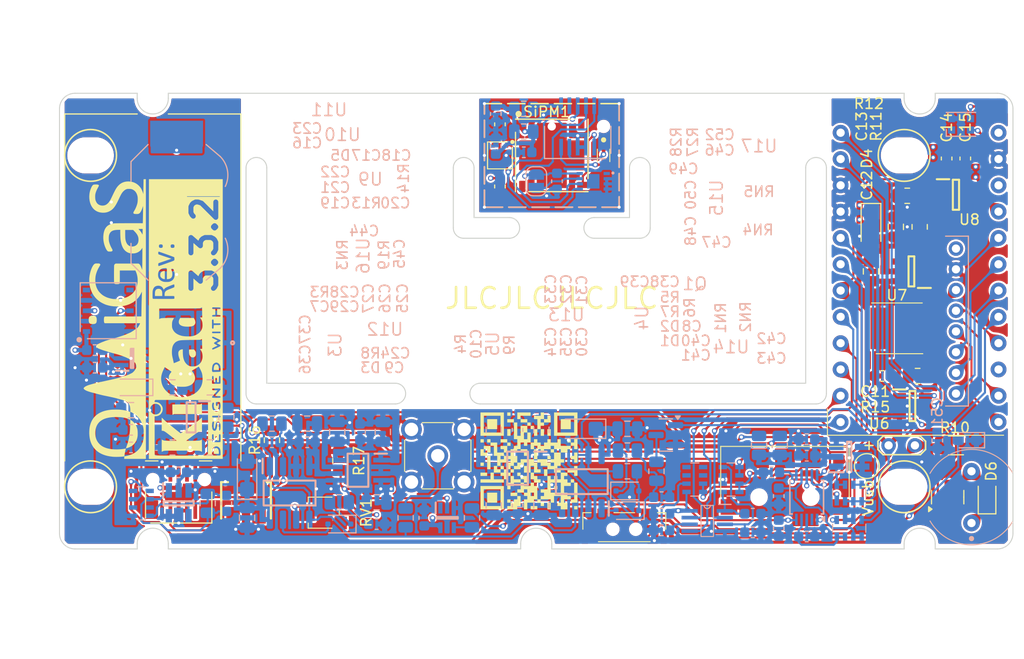
<source format=kicad_pcb>
(kicad_pcb (version 20240108) (generator "pcbnew") (generator_version "8.0")
  (title_block (date "2024-10-01") (rev "v3.3.2"))
  (layers (0 "F.Cu" signal) (1 "In1.Cu" power) (2 "In2.Cu" power) (31 "B.Cu" signal) (34 "B.Paste" user) (35 "F.Paste" user) (36 "B.SilkS" user "B.Silkscreen") (37 "F.SilkS" user "F.Silkscreen") (38 "B.Mask" user) (39 "F.Mask" user) (44 "Edge.Cuts" user))
  (net 0 "")
  (net 1 "LED")
  (net 3 "+3V3")
  (net 4 "GND")
  (net 5 "VBUS")
  (net 6 "+BATT")
  (net 7 "Net-(C1-Pad2)")
  (net 8 "Net-(C2-Pad2)")
  (net 9 "VOUT")
  (net 10 "/AMP")
  (net 11 "Net-(U4A--)")
  (net 12 "/-Vop1")
  (net 13 "Net-(D5-K)")
  (net 14 "/-Vop2")
  (net 15 "-VDC")
  (net 16 "VT2")
  (net 17 "SDA")
  (net 18 "SCL")
  (net 19 "VT1")
  (net 20 "ALARM")
  (net 21 "Net-(C9-Pad1)")
  (net 22 "RST")
  (net 23 "PEK")
  (net 24 "AnaEn")
  (net 25 "Net-(D3-A)")
  (net 26 "/TW1")
  (net 27 "/IBATTraw")
  (net 28 "Net-(BT2-+)")
  (net 29 "Net-(BZ1--)")
  (net 30 "+4V5")
  (net 31 "Net-(U13-CF+)")
  (net 32 "Net-(U13-CF-)")
  (net 33 "Net-(U13-CRES)")
  (net 34 "Net-(U9-SW)")
  (net 35 "Net-(U9-SDREF)")
  (net 36 "Net-(D1-A)")
  (net 37 "Net-(D1-K)")
  (net 38 "Net-(D3-K)")
  (net 39 "Net-(D2-K)")
  (net 40 "Net-(D4-A)")
  (net 41 "Net-(R9-Pad2)")
  (net 42 "Net-(R14-Pad2)")
  (net 45 "Net-(U7-SW)")
  (net 46 "Net-(U7-FB)")
  (net 47 "Net-(U6-~{PB_IN})")
  (net 49 "Net-(JP1-A)")
  (net 51 "Net-(J1-In)")
  (net 53 "Net-(LED1-A)")
  (net 54 "Net-(Q1-D)")
  (net 55 "Net-(U3B--)")
  (net 58 "Net-(U6-OUT)")
  (net 60 "SWSD")
  (net 61 "PWINT")
  (net 62 "SW2")
  (net 63 "SW1")
  (net 64 "SW3")
  (net 65 "Net-(U12-CF+)")
  (net 66 "Net-(U12-CF-)")
  (net 67 "Net-(U12-CRES)")
  (net 68 "Net-(U10-OUT)")
  (net 69 "/TW2")
  (net 70 "/TWC")
  (net 79 "Net-(U16--)")
  (net 80 "/VDCsense")
  (net 84 "Net-(A1-GP22)")
  (net 85 "Net-(A1-GP28)")
  (net 86 "Net-(A1-GP27)")
  (net 87 "Net-(A1-GP23)")
  (net 88 "Net-(A1-GP29)")
  (net 89 "Net-(A1-GP21)")
  (net 90 "/AIN0")
  (net 91 "/AIN1")
  (net 92 "/AIN2")
  (net 93 "/AIN3")
  (net 94 "Net-(RN1-Pad1)")
  (net 95 "Net-(RN2-Pad2)")
  (net 100 "Net-(RN4-Pad2)")
  (net 106 "Net-(RN2-Pad6)")
  (net 108 "/IBATTamp")
  (net 109 "/IBATTin")
  (net 110 "Net-(R16-Pad1)")
  (footprint "OMiGaS:url-m" (layer "F.Cu") (at 145.3 135.5)
    (property "Reference" "G***" (hide yes))
    (property "Value" "LOGO" (hide yes))
  )
  (footprint "OMiGaS:SparkFun Pro Micro - RP2040" (layer "F.Cu") (at 174.1 100)
    (property "Reference" "A1" (hide yes))
    (property "Value" "SparkFun Pro Micro - RP2040" (hide yes))
  )
  (footprint "Diode_SMD:D_SOD-323F" (layer "F.Cu") (at 189.5 139 90)
    (property "Reference" "D6")
    (property "Value" "PMEG2005EJ")
  )
  (footprint "OMiGaS:thumbwheel_3p" (layer "F.Cu") (at 170 139 180)
    (property "Reference" "SW2" (hide yes))
    (property "Value" "~")
  )
  (footprint "OMiGaS:stamp_line_single_row" (layer "F.Cu") (at 173.7 105.6 180)
    (property "Reference" "REF**" (hide yes))
    (property "Value" "stamp_line")
  )
  (footprint "MountingHole:MountingHole_3mm" (layer "F.Cu") (at 181.5 138)
    (property "Reference" "REF**" (hide yes))
    (property "Value" "MountingHole_3mm" (hide yes))
  )
  (footprint "OMiGaS:35W" (layer "F.Cu") (at 125.5 140.5 180)
    (property "Reference" "RV1")
    (property "Value" "100k" (hide yes))
  )
  (footprint "OMiGaS:SOT95P280X145-6N" (layer "F.Cu") (at 182.2 117.2 180)
    (property "Reference" "U7")
    (property "Value" "TLV61070" (hide yes))
  )
  (footprint "Capacitor_SMD:C_0805_2012Metric" (layer "F.Cu") (at 178.3 117.2 90)
    (property "Reference" "C12")
    (property "Value" "10u")
  )
  (footprint "OMiGaS:TMP117" (layer "F.Cu") (at 142.5 106 -90)
    (property "Reference" "U1" (hide yes))
    (property "Value" "TMP117")
  )
  (footprint "TestPoint:TestPoint_2Pads_Pitch2.54mm_Drill0.8mm" (layer "F.Cu") (at 180 134)
    (property "Reference" "BT1" (hide yes))
    (property "Value" "Battery_Cell")
  )
  (footprint "MountingHole:MountingHole_3mm" (layer "F.Cu") (at 103 138)
    (property "Reference" "REF**" (hide yes))
    (property "Value" "MountingHole_3mm" (hide yes))
  )
  (footprint "Capacitor_SMD:C_0805_2012Metric" (layer "F.Cu") (at 180.7 112.9 90)
    (property "Reference" "C13")
    (property "Value" "10u")
  )
  (footprint "OMiGaS:SW_sidemount_1P1T_3x6x3.5" (layer "F.Cu") (at 154.5 142.1)
    (property "Reference" "SW1" (hide yes))
    (property "Value" "SW_Push")
  )
  (footprint "Capacitor_SMD:C_0603_1608Metric" (layer "F.Cu") (at 185.6 106.3 90)
    (property "Reference" "C14")
    (property "Value" "1u")
  )
  (footprint "OMiGaS:sticker2" (layer "F.Cu") (at 109 121.8 90)
    (property "Reference" "G***" (hide yes))
    (property "Value" "LOGO" (hide yes))
  )
  (footprint "Resistor_SMD:R_0805_2012Metric" (layer "F.Cu") (at 181.8 109.9)
    (property "Reference" "R12")
    (property "Value" "39k")
  )
  (footprint "OMiGaS:MICROFC-60035" (layer "F.Cu") (at 147.5 106 -90)
    (property "Reference" "SiPM1")
    (property "Value" "MICROFC-60035")
  )
  (footprint "OMiGaS:SOT95P280X145-6N" (layer "F.Cu") (at 182.3 130.2)
    (property "Reference" "U6")
    (property "Value" "MAX16150" (hide yes))
  )
  (footprint "OMiGaS:stamp_line_single_row" (layer "F.Cu") (at 155.3 100.6)
    (property "Reference" "REF**" (hide yes))
    (property "Value" "stamp_line")
  )
  (footprint "Resistor_SMD:R_0805_2012Metric" (layer "F.Cu") (at 183 112.9 -90)
    (property "Reference" "R11")
    (property "Value" "348k")
  )
  (footprint "Resistor_SMD:R_1206_3216Metric" (layer "F.Cu") (at 186.5 134 180)
    (property "Reference" "R10")
    (property "Value" "240m")
  )
  (footprint "Package_TO_SOT_SMD:SOT-23" (layer "F.Cu") (at 185.7 139 90)
    (property "Reference" "Q2" (hide yes))
    (property "Value" "NMOS_GSD")
  )
  (footprint "Capacitor_SMD:C_0603_1608Metric" (layer "F.Cu") (at 187.4 106.3 90)
    (property "Reference" "C15")
    (property "Value" "1u")
  )
  (footprint "Capacitor_SMD:C_0603_1608Metric" (layer "F.Cu") (at 179.4 127.3)
    (property "Reference" "C11")
    (property "Value" "100n")
  )
  (footprint "Resistor_SMD:R_0805_2012Metric" (layer "F.Cu") (at 127.1 135.5 90)
    (property "Reference" "R17")
    (property "Value" "1M")
  )
  (footprint "OMiGaS:smb-vertical" (layer "F.Cu") (at 136.5 135 180)
    (property "Reference" "J1" (hide yes))
    (property "Value" "SMB" (hide yes))
  )
  (footprint "OMiGaS:3224W" (layer "F.Cu") (at 118 139.3 90)
    (property "Reference" "RV3" (hide yes))
    (property "Value" "3214W-1-104E" (hide yes))
  )
  (footprint "OMiGaS:SOT95P280X145-5N" (layer "F.Cu") (at 186.5 109.8)
    (property "Reference" "U8")
    (property "Value" "TPS7A2045" (hide yes))
  )
  (footprint "MountingHole:MountingHole_3mm" (layer "F.Cu") (at 181.5 106)
    (property "Reference" "REF**" (hide yes))
    (property "Value" "MountingHole_3mm" (hide yes))
  )
  (footprint "TestPoint:TestPoint_Pad_D2.0mm" (layer "F.Cu") (at 177.9 136)
    (property "Reference" "TP1" (hide yes))
    (property "Value" "Vusb")
  )
  (footprint "OMiGaS:NRS5024T2R2NMGJ" (layer "F.Cu") (at 180.8 122.7)
    (property "Reference" "L1" (hide yes))
    (property "Value" "2.2u" (hide yes))
  )
  (footprint "Diode_SMD:Nexperia_CFP3_SOD-123W" (layer "F.Cu") (at 178.3 112.9 -90)
    (property "Reference" "D4")
    (property "Value" "PMEG3010ER")
  )
  (footprint "Capacitor_SMD:C_0603_1608Metric" (layer "F.Cu") (at 142.5 103 90)
    (property "Reference" "C4" (hide yes))
    (property "Value" "10n")
  )
  (footprint "OMiGaS:stamp_line_single_row" (layer "F.Cu") (at 134 129.7 90)
    (property "Reference" "REF**" (hide yes))
    (property "Value" "stamp_line")
  )
  (footprint "Resistor_SMD:R_0805_2012Metric" (layer "F.Cu") (at 120.5 133.5 90)
    (property "Reference" "R16")
    (property "Value" "0")
  )
  (footprint "Resistor_SMD:R_0805_2012Metric" (layer "F.Cu") (at 182.8 127.3 180)
    (property "Reference" "R15")
    (property "Value" "4.99k")
  )
  (footprint "OMiGaS:LB100-G10P-C0R" (layer "F.Cu") (at 111.5 138.5 90)
    (property "Reference" "J2" (hide yes))
    (property "Value" "Conn_2x5_P")
  )
  (footprint "OMiGaS:stamp_line_single_row" (layer "F.Cu") (at 150 112.3 -90)
    (property "Reference" "REF**" (hide yes))
    (property "Value" "stamp_line")
  )
  (footprint "OMiGaS:TMP6331DYAR" (layer "F.Cu") (at 152.5 106 -90)
    (property "Reference" "Rt1" (hide yes))
    (property "Value" "TMP6331DYAR" (hide yes))
  )
  (footprint "Capacitor_SMD:C_0603_1608Metric" (layer "F.Cu") (at 142.5 109 -90)
    (property "Reference" "C5" (hide yes))
    (property "Value" "100n")
  )
  (footprint "MountingHole:MountingHole_3mm" (layer "F.Cu") (at 103 106)
    (property "Reference" "REF**" (hide yes))
    (property "Value" "MountingHole_3mm" (hide yes))
  )
  (footprint "OMiGaS:stamp_line_single_row" (layer "F.Cu") (at 118.3 100.6)
    (property "Reference" "REF**" (hide yes))
    (property "Value" "stamp_line")
  )
  (footprint "OMiGaS:stamp_line_single_row" (layer "F.Cu") (at 139.7 105.6 180)
    (property "Reference" "REF**" (hide yes))
    (property "Value" "stamp_line")
  )
  (footprint "OMiGaS:CAT16104J4LF" (layer "B.Cu") (at 164.8 137.3 -90)
    (property "Reference" "RN2")
    (property "Value" "CAT16-1003F4LF" (hide yes))
  )
  (footprint "OMiGaS:Eink_display" (layer "B.Cu") (at 188 112 180)
    (property "Reference" "P1" (hide yes))
    (property "Value" "Eink-display")
  )
  (footprint "Capacitor_SMD:C_0805_2012Metric" (layer "B.Cu") (at 110.9 128.4)
    (property "Reference" "C17")
    (property "Value" "4.7u")
  )
  (footprint "OMiGaS:VLCF5020" (layer "B.Cu") (at 113.15 124.1 180)
    (property "Reference" "L2" (hide yes))
    (property "Value" "47u" (hide yes))
  )
  (footprint "Resistor_SMD:R_0805_2012Metric" (layer "B.Cu") (at 157.6 136.5 90)
    (property "Reference" "R6")
    (property "Value" "49.9")
  )
  (footprint "OMiGaS:SN74LVC3G17" (layer "B.Cu") (at 162.5 141.3 180)
    (property "Reference" "U14")
    (property "Value" "sn74lvc3g17")
  )
  (footprint "Resistor_SMD:R_0805_2012Metric" (layer "B.Cu") (at 133.4 141 90)
    (property "Reference" "R4")
    (property "Value" "49.9")
  )
  (footprint "Capacitor_SMD:C_0603_1608Metric" (layer "B.Cu") (at 106.9 134.2)
    (property "Reference" "C19")
    (property "Value" "100n")
  )
  (footprint "Diode_SMD:D_SOD-323F" (layer "B.Cu") (at 154.8 138.4)
    (property "Reference" "D2")
    (property "Value" "PMEG2005EJ")
  )
  (footprint "Capacitor_SMD:C_0603_1608Metric" (layer "B.Cu") (at 103.4 126.5 180)
    (property "Reference" "C16")
    (property "Value" "1u")
  )
  (footprint "Capacitor_SMD:C_0805_2012Metric" (layer "B.Cu") (at 130.6 139.5 180)
    (property "Reference" "C24")
    (property "Value" "10u")
  )
  (footprint "Capacitor_SMD:C_0603_1608Metric" (layer "B.Cu") (at 184.7 133.525 -90)
    (property "Reference" "C51")
    (property "Value" "220p")
  )
  (footprint "Capacitor_Tantalum_SMD:CP_EIA-3216-18_Kemet-A" (layer "B.Cu") (at 150.4 132.4 180)
    (property "Reference" "C39")
    (property "Value" "4.7u")
  )
  (footprint "OMiGaS:CAT16104J4LF" (layer "B.Cu") (at 176.2 138.6 180)
    (property "Reference" "RN5")
    (property "Value" "CAT16-1003F4LF" (hide yes))
  )
  (footprint "Capacitor_SMD:C_0603_1608Metric" (layer "B.Cu") (at 166.9 142.4)
    (property "Reference" "C43")
    (property "Value" "100n")
  )
  (footprint "Capacitor_SMD:C_0603_1608Metric" (layer "B.Cu") (at 169.4 138.9 -90)
    (property "Reference" "C50")
    (property "Value" "100n")
  )
  (footprint "Diode_SMD:D_SOD-323F" (layer "B.Cu") (at 154.8 140.3 180)
    (property "Reference" "D1")
    (property "Value" "PMEG2005EJ")
  )
  (footprint "Capacitor_SMD:C_0603_1608Metric" (layer "B.Cu") (at 168.7 136.6 180)
    (property "Reference" "C49")
    (property "Value" "100n")
  )
  (footprint "Resistor_SMD:R_0805_2012Metric" (layer "B.Cu") (at 154.8 136.5 180)
    (property "Reference" "R7")
    (property "Value" "240")
  )
  (footprint "Capacitor_SMD:C_0603_1608Metric" (layer "B.Cu") (at 129 132.7 -90)
    (property "Reference" "C26")
    (property "Value" "100n")
  )
  (footprint "Resistor_SMD:R_0805_2012Metric" (layer "B.Cu") (at 120.5 131.9 180)
    (property "Reference" "R3")
    (property "Value" "1k")
  )
  (footprint "Capacitor_SMD:C_0805_2012Metric" (layer "B.Cu") (at 123.9 131.9 180)
    (property "Reference" "C28")
    (property "Value" "10u")
  )
  (footprint "Resistor_SMD:R_0805_2012Metric" (layer "B.Cu") (at 167.5 134 90)
    (property "Reference" "R28")
    (property "Value" "4.99k")
  )
  (footprint "Capacitor_SMD:C_0603_1608Metric" (layer "B.Cu") (at 142.1 102 90)
    (property "Reference" "C1" (hide yes))
    (property "Value" "10n")
  )
  (footprint "Package_SO:TSSOP-10_3x3mm_P0.5mm" (layer "B.Cu") (at 172.1 139 90)
    (property "Reference" "U15")
    (property "Value" "ADS1015IDGS")
  )
  (footprint "Capacitor_SMD:C_0603_1608Metric" (layer "B.Cu") (at 158.1 142.2 180)
    (property "Reference" "C41")
    (property "Value" "100n")
  )
  (footprint "OMiGaS:CAT16104J4LF" (layer "B.Cu") (at 107.9 139.6 90)
    (property "Reference" "RN3")
    (property "Value" "CAT16-1003F4LF" (hide yes))
  )
  (footprint "Package_SO:VSSOP-8_3.0x3.0mm_P0.65mm" (layer "B.Cu") (at 144.2 136.2 180)
    (property "Reference" "U13")
    (property "Value" "LM7705")
  )
  (footprint "Capacitor_Tantalum_SMD:CP_EIA-3216-18_Kemet-A" (layer "B.Cu") (at 118.1 136.9 90)
    (property "Reference" "C37")
    (property "Value" "4.7u")
  )
  (footprint "Capacitor_SMD:C_0805_2012Metric" (layer "B.Cu") (at 131.2 132.7 -90)
    (property "Reference" "C25")
    (property "Value" "10u")
  )
  (footprint "Capacitor_SMD:C_0805_2012Metric" (layer "B.Cu") (at 114.5 128.4 180)
    (property "Reference" "C18")
    (property "Value" "1u")
  )
  (footprint "OMiGaS:M24Cxx" (layer "B.Cu") (at 151.5 108.5 -90)
    (property "Reference" "U2" (hide yes))
    (property "Value" "M24C04" (hide yes))
  )
  (footprint "Resistor_SMD:R_0805_2012Metric" (layer "B.Cu") (at 114.3 139.6 -90)
    (property "Reference" "R19")
    (property "Value" "4.99k")
  )
  (footprint "OMiGaS:LB100-G10S-C0R" (layer "B.Cu") (at 150 103.2 -90)
    (property "Reference" "J3" (hide yes))
    (property "Value" "Conn_2x5_S")
  )
  (footprint "Resistor_SMD:R_0805_2012Metric" (layer "B.Cu") (at 110.9 134.2 180)
    (property "Reference" "R13")
    (property "Value" "39k")
  )
  (footprint "Capacitor_SMD:C_0603_1608Metric" (layer "B.Cu") (at 172.1 133.4)
    (property "Reference" "C52")
    (property "Value" "100n")
  )
  (footprint "Package_SO:SO-8_3.9x4.9mm_P1.27mm" (layer "B.Cu") (at 122.2 138.6 -90)
    (property "Reference" "U3")
    (property "Value" "OPA2356")
  )
  (footprint "Capacitor_SMD:C_0603_1608Metric" (layer "B.Cu") (at 144.8 105.7)
    (property "Reference" "C3" (hide yes))
    (property "Value" "10n")
  )
  (footprint "Capacitor_SMD:C_0603_1608Metric" (layer "B.Cu") (at 148 108.5 -90)
    (property "Reference" "C6" (hide yes))
    (property "Value" "100n")
  )
  (footprint "Capacitor_SMD:C_0603_1608Metric" (layer "B.Cu") (at 172.1 135 180)
    (property "Reference" "C46")
    (property "Value" "100n")
  )
  (footprint "Capacitor_SMD:C_0603_1608Metric" (layer "B.Cu") (at 116.1 139.6 -90)
    (property "Reference" "C45")
    (property "Value" "3p")
  )
  (footprint "Capacitor_SMD:C_0805_2012Metric" (layer "B.Cu") (at 146.5 139.8 -90)
    (property "Reference" "C30")
    (property "Value" "10u")
  )
  (footprint "OMiGaS:MCP6006R" (layer "B.Cu") (at 176.2 135.1)
    (property "Reference" "U17")
    (property "Value" "MCP6006R" (hide yes))
  )
  (footprint "Capacitor_SMD:C_0603_1608Metric" (layer "B.Cu") (at 166.9 140.6)
    (property "Reference" "C42")
    (property "Value" "100n")
  )
  (footprint "Capacitor_SMD:C_0603_1608Metric" (layer "B.Cu") (at 142.1 105.1 -90)
    (property "Reference" "C2" (hide yes))
    (property "Value" "10n")
  )
  (footprint "OMiGaS:LT3462" (layer "B.Cu") (at 112.7 131.3 180)
    (property "Reference" "U9")
    (property "Value" "LT3462" (hide yes))
  )
  (footprint "Capacitor_SMD:C_0805_2012Metric" (layer "B.Cu") (at 141.9 132.5 -90)
    (property "Reference" "C33")
    (property "Value" "10u")
  )
  (footprint "Capacitor_SMD:C_0805_2012Metric" (layer "B.Cu") (at 118.1 141 -90)
    (property "Reference" "C36")
    (property "Value" "10u")
  )
  (footprint "Capacitor_SMD:C_0603_1608Metric" (layer "B.Cu") (at 123.9 133.7 180)
    (property "Reference" "C29")
    (property "Value" "100n")
  )
  (footprint "OMiGaS:TPS22919DCKR" (layer "B.Cu") (at 107 125.6)
    (property "Reference" "U10")
    (property "Value" "TPS22919DCKR" (hide yes))
  )
  (footprint "Capacitor_SMD:C_0603_1608Metric" (layer "B.Cu") (at 106.9 132.5)
    (property "Reference" "C21")
    (property "Value" "100n")
  )
  (footprint "Capacitor_SMD:C_0805_2012Metric" (layer "B.Cu") (at 154.8 132.4)
    (property "Reference" "C38")
    (property "Value" "10u")
  )
  (footprint "Resistor_SMD:R_0805_2012Metric" (layer "B.Cu") (at 139.8 141 -90)
    (property "Reference" "R9")
    (property "Value" "1k")
  )
  (footprint "Resistor_SMD:R_0805_2012Metric" (layer "B.Cu") (at 116.1 131.3 90)
    (property "Reference" "R14")
    (property "Value" "715k")
  )
  (footprint "Capacitor_SMD:C_0805_2012Metric" (layer "B.Cu") (at 106.9 130.6)
    (property "Reference" "C22")
    (property "Value" "4.7u")
  )
  (footprint "Capacitor_SMD:C_0603_1608Metric" (layer "B.Cu") (at 120.5 133.7 180)
    (property "Reference" "C7")
    (property "Value" "3p")
  )
  (footprint "OMiGaS:Buzzer-0905" (layer "B.Cu") (at 188 139 -90)
    (property "Reference" "BZ1" (hide yes))
    (property "Value" "Buzzer")
  )
  (footprint "Capacitor_SMD:C_0603_1608Metric" (layer "B.Cu") (at 158.1 140.6)
    (property "Reference" "C40")
    (property "Value" "100n")
  )
  (footprint "Resistor_SMD:R_0805_2012Metric" (layer "B.Cu") (at 169.5 134 90)
    (property "Reference" "R27")
    (property "Value" "4.99k")
  )
  (footprint "Capacitor_SMD:C_0603_1608Metric" (layer "B.Cu") (at 103.4 124.8)
    (property "Reference" "C23")
    (property "Value" "100n")
  )
  (footprint "Diode_SMD:D_SOD-323F" (layer "B.Cu") (at 127 141.6 180)
    (property "Reference" "D3")
    (property "Value" "PMEG2005EJ")
  )
  (footprint "OMiGaS:74LVC1G17" (layer "B.Cu") (at 137.4 141 -90)
    (property "Reference" "U5")
    (property "Value" "74LVC1G17" (hide yes))
  )
  (footprint "Capacitor_SMD:C_0603_1608Metric" (layer "B.Cu") (at 158.1 139)
    (property "Reference" "C8")
    (property "Value" "1n")
  )
  (footprint "Diode_SMD:D_TUMD2" (layer "B.Cu") (at 107.1 128.4 180)
    (property "Reference" "D5")
    (property "Value" "V2PL45")
  )
  (footprint "LED_SMD:LED_WS2812B-2020_PLCC4_2.0x2.0mm" (layer "B.Cu") (at 186.985 103)
    (property "Reference" "LED2" (hide yes))
    (property "Value" "WS2812B-2020")
  )
  (footprint "Capacitor_SMD:C_0603_1608Metric" (layer "B.Cu") (at 144.2 132.5 -90)
    (property "Reference" "C32")
    (property "Value" "100n")
  )
  (footprint "Capacitor_SMD:C_0603_1608Metric" (layer "B.Cu") (at 111.5 136.6 180)
    (property "Reference" "C44")
    (property "Value" "100n")
  )
  (footprint "OMiGaS:CAT16104J4LF" (layer "B.Cu") (at 161.3 137.3 90)
    (property "Reference" "RN1")
    (property "Value" "CAT16-1003F4LF" (hide yes))
  )
  (footprint "Resistor_SMD:R_0805_2012Metric" (layer "B.Cu") (at 127 139.5 180)
    (property "Reference" "R8")
    (property "Value" "240")
  )
  (footprint "Battery:BatteryHolder_LINX_BAT-HLD-012-SMT" (layer "B.Cu") (at 111.3 111.5 -90)
    (property "Reference" "BT2" (hide yes))
    (property "Value" "Battery_Cell")
  )
  (footprint "Resistor_SMD:R_0805_2012Metric" (layer "B.Cu") (at 144.8 103.7 180)
    (property "Reference" "R2" (hide yes))
    (property "Value" "49.9")
  )
  (footprint "Jumper:SolderJumper-2_P1.3mm_Open_RoundedPad1.0x1.5mm" (layer "B.Cu") (at 146 108.5 90)
    (property "Reference" "JP1" (hide yes))
    (property "Value" "SolderJumper_2_Open")
  )
  (footprint "Capacitor_SMD:C_0805_2012Metric" (layer "B.Cu") (at 146.5 132.5 -90)
    (property "Reference" "C31")
    (property "Value" "10u")
  )
  (footprint "Package_SO:VSSOP-8_3.0x3.0mm_P0.65mm" (layer "B.Cu") (at 128.8 136.4 180)
    (property "Reference" "U12")
    (property "Value" "LM7705")
  )
  (footprint "Capacitor_SMD:C_0805_2012Metric" (layer "B.Cu") (at 141.9 139.8 -90)
    (property "Reference" "C34")
    (property "Value" "10u")
  )
  (footprint "OMiGaS:MCP6006R" (layer "B.Cu") (at 111.5 139.6 -90)
    (property "Reference" "U16")
    (property "Value" "MCP6006R" (hide yes))
  )
  (footprint "Package_TO_SOT_SMD:SOT-23" (layer "B.Cu") (at 158.5 133 180)
    (property "Reference" "Q1")
    (property "Value" "NMOS_GSD")
  )
  (footprint "Capacitor_SMD:C_0603_1608Metric" (layer "B.Cu") (at 172.1 142.8)
    (property "Reference" "C47")
    (property "Value" "100n")
  )
  (footprint "Capacitor_SMD:C_0805_2012Metric" (layer "B.Cu") (at 114.5 134.2 180)
    (property "Reference" "C20")
    (property "Value" "15p")
  )
  (footprint "Capacitor_SMD:C_0603_1608Metric" (layer "B.Cu") (at 169.4 142 -90)
    (property "Reference" "C48")
    (property "Value" "100n")
  )
  (footprint "OMiGaS:MAX31329" (layer "B.Cu") (at 104.7 121)
    (property "Reference" "U11")
    (property "Value" "MAX31329")
  )
  (footprint "Package_SO:SO-8_3.9x4.9mm_P1.27mm" (layer "B.Cu") (at 150.4 137.5 90)
    (property "Reference" "U4")
    (property "Value" "OPA2356")
  )
  (footprint "Capacitor_SMD:C_0805_2012Metric" (layer "B.Cu") (at 126.8 132.7 -90)
    (property "Reference" "C27")
    (property "Value" "10u")
  )
  (footprint "LED_SMD:LED_0603_1608Metric_Pad1.05x0.95mm_HandSolder" (layer "B.Cu") (at 187.6 133.5 180)
    (property "Reference" "LED1" (hide yes))
    (property "Value" "Amber")
  )
  (footprint "Resistor_SMD:R_0805_2012Metric" (layer "B.Cu") (at 154.8 134.5)
    (property "Reference" "R5")
    (property "Value" "49.9")
  )
  (footprint "Capacitor_SMD:C_0603_1608Metric" (layer "B.Cu") (at 144.2 139.8 -90)
    (property "Reference" "C35")
    (property "Value" "100n")
  )
  (footprint "Capacitor_SMD:C_0603_1608Metric" (layer "B.Cu") (at 130.6 141.6)
    (property "Reference" "C9")
    (property "Value" "1n")
  )
  (footprint "Resistor_SMD:R_0805_2012Metric" (layer "B.Cu") (at 144.8 101.5)
    (property "Reference" "R1" (hide yes))
    (property "Value" "49.9")
  )
  (footprint "OMiGaS:CAT16104J4LF" (layer "B.Cu") (at 176.2 142)
    (property "Reference" "RN4")
    (property "Value" "CAT16-1003F4LF" (hide yes))
  )
  (footprint "Capacitor_SMD:C_0603_1608Metric" (layer "B.Cu") (at 135.2 141 90)
    (property "Reference" "C10")
    (property "Value" "100n")
  )
  (gr_line (start 154 111) (end 141 111) (stroke (width 0.15) (type dash)) (layer "B.SilkS"))
  (gr_line (start 141 111) (end 141 101) (stroke (width 0.15) (type dash)) (layer "B.SilkS"))
  (gr_line (start 154 101) (end 154 111) (stroke (width 0.15) (type dash)) (layer "B.SilkS"))
  (gr_poly (pts (xy 112.229168 109.419673) (xy 112.267927 119.319673) (xy 115.461677 119.319673) (xy 115.461677 120.119673) (xy 111.661677 120.119673) (xy 111.661677 109.419673)) (stroke (width 0.15)) (fill solid) (layer "F.SilkS"))
  (gr_rect (start 141 101) (end 154 111) (stroke (width 0.15) (type dash)) (fill none) (layer "F.SilkS"))
  (gr_arc (start 143.4 112) (mid 144.4 113) (end 143.4 114) (stroke (width 0.1)) (layer "Edge.Cuts"))
  (gr_arc (start 110.5 100.5) (mid 109 102) (end 107.5 100.5) (stroke (width 0.1)) (layer "Edge.Cuts"))
  (gr_line (start 107.5 100) (end 107.5 100.5) (stroke (width 0.1)) (layer "Edge.Cuts"))
  (gr_line (start 173 130) (end 140.6 130) (stroke (width 0.1)) (layer "Edge.Cuts"))
  (gr_line (start 184.5 100) (end 184.5 100.5) (stroke (width 0.1)) (layer "Edge.Cuts"))
  (gr_line (start 155 112) (end 155 107.2) (stroke (width 0.1)) (layer "Edge.Cuts"))
  (gr_arc (start 140.6 130) (mid 139.6 129) (end 140.6 128) (stroke (width 0.1)) (layer "Edge.Cuts"))
  (gr_line (start 119 130) (end 132.4 130) (stroke (width 0.1)) (layer "Edge.Cuts"))
  (gr_arc (start 155 107.2) (mid 156 106.2) (end 157 107.2) (stroke (width 0.1)) (layer "Edge.Cuts"))
  (gr_line (start 184.5 144) (end 184.5 143.5) (stroke (width 0.1)) (layer "Edge.Cuts"))
  (gr_line (start 110.5 100) (end 181.5 100) (stroke (width 0.1)) (layer "Edge.Cuts"))
  (gr_line (start 120 128) (end 120 107.2) (stroke (width 0.1)) (layer "Edge.Cuts"))
  (gr_arc (start 139 114) (mid 138.292893 113.707107) (end 138 113) (stroke (width 0.1)) (layer "Edge.Cuts"))
  (gr_arc (start 132.4 128) (mid 133.4 129) (end 132.4 130) (stroke (width 0.1)) (layer "Edge.Cuts"))
  (gr_line (start 144.5 144) (end 110.5 144) (stroke (width 0.1)) (layer "Edge.Cuts"))
  (gr_line (start 138 113) (end 138 107.2) (stroke (width 0.1)) (layer "Edge.Cuts"))
  (gr_arc (start 119 130) (mid 118.292893 129.707107) (end 118 129) (stroke (width 0.1)) (layer "Edge.Cuts"))
  (gr_line (start 157 113) (end 157 107.2) (stroke (width 0.1)) (layer "Edge.Cuts"))
  (gr_arc (start 118 107.2) (mid 119 106.2) (end 120 107.2) (stroke (width 0.1)) (layer "Edge.Cuts"))
  (gr_line (start 144.5 144) (end 144.5 143.5) (stroke (width 0.1)) (layer "Edge.Cuts"))
  (gr_line (start 190.5 144) (end 184.5 144) (stroke (width 0.1)) (layer "Edge.Cuts"))
  (gr_arc (start 144.5 143.5) (mid 146 142) (end 147.5 143.5) (stroke (width 0.1)) (layer "Edge.Cuts"))
  (gr_line (start 110.5 100) (end 110.5 100.5) (stroke (width 0.1)) (layer "Edge.Cuts"))
  (gr_line (start 132.4 128) (end 120 128) (stroke (width 0.1)) (layer "Edge.Cuts"))
  (gr_arc (start 172 107.2) (mid 173 106.2) (end 174 107.2) (stroke (width 0.1)) (layer "Edge.Cuts"))
  (gr_line (start 190.5 100) (end 184.5 100) (stroke (width 0.1)) (layer "Edge.Cuts"))
  (gr_line (start 172 128) (end 172 107.2) (stroke (width 0.1)) (layer "Edge.Cuts"))
  (gr_line (start 100 101.5) (end 100 142.5) (stroke (width 0.1)) (layer "Edge.Cuts"))
  (gr_line (start 107.5 144) (end 101.5 144) (stroke (width 0.1)) (layer "Edge.Cuts"))
  (gr_line (start 107.5 144) (end 107.5 143.5) (stroke (width 0.1)) (layer "Edge.Cuts"))
  (gr_arc (start 174 129) (mid 173.707107 129.707107) (end 173 130) (stroke (width 0.1)) (layer "Edge.Cuts"))
  (gr_arc (start 101.5 144) (mid 100.43934 143.56066) (end 100 142.5) (stroke (width 0.1)) (layer "Edge.Cuts"))
  (gr_arc (start 190.5 100) (mid 191.56066 100.43934) (end 192 101.5) (stroke (width 0.1)) (layer "Edge.Cuts"))
  (gr_line (start 140 112) (end 143.4 112) (stroke (width 0.1)) (layer "Edge.Cuts"))
  (gr_line (start 151.6 112) (end 155 112) (stroke (width 0.1)) (layer "Edge.Cuts"))
  (gr_arc (start 100 101.5) (mid 100.43934 100.43934) (end 101.5 100) (stroke (width 0.1)) (layer "Edge.Cuts"))
  (gr_line (start 151.6 114) (end 156 114) (stroke (width 0.1)) (layer "Edge.Cuts"))
  (gr_arc (start 181.5 143.5) (mid 183 142) (end 184.5 143.5) (stroke (width 0.1)) (layer "Edge.Cuts"))
  (gr_line (start 181.5 100) (end 181.5 100.5) (stroke (width 0.1)) (layer "Edge.Cuts"))
  (gr_arc (start 157 113) (mid 156.707107 113.707107) (end 156 114) (stroke (width 0.1)) (layer "Edge.Cuts"))
  (gr_line (start 140.6 128) (end 172 128) (stroke (width 0.1)) (layer "Edge.Cuts"))
  (gr_line (start 110.5 144) (end 110.5 143.5) (stroke (width 0.1)) (layer "Edge.Cuts"))
  (gr_line (start 147.5 144) (end 181.5 144) (stroke (width 0.1)) (layer "Edge.Cuts"))
  (gr_line (start 140 107.2) (end 140 112) (stroke (width 0.1)) (layer "Edge.Cuts"))
  (gr_arc (start 192 142.5) (mid 191.56066 143.56066) (end 190.5 144) (stroke (width 0.1)) (layer "Edge.Cuts"))
  (gr_line (start 147.5 144) (end 147.5 143.5) (stroke (width 0.1)) (layer "Edge.Cuts"))
  (gr_arc (start 138 107.2) (mid 139 106.2) (end 140 107.2) (stroke (width 0.1)) (layer "Edge.Cuts"))
  (gr_line (start 181.5 144) (end 181.5 143.5) (stroke (width 0.1)) (layer "Edge.Cuts"))
  (gr_line (start 174 107.2) (end 174 129) (stroke (width 0.1)) (layer "Edge.Cuts"))
  (gr_line (start 118 107.2) (end 118 129) (stroke (width 0.1)) (layer "Edge.Cuts"))
  (gr_line (start 143.4 114) (end 139 114) (stroke (width 0.1)) (layer "Edge.Cuts"))
  (gr_arc (start 107.5 143.5) (mid 109 142) (end 110.5 143.5) (stroke (width 0.1)) (layer "Edge.Cuts"))
  (gr_line (start 192 101.5) (end 192 142.5) (stroke (width 0.1)) (layer "Edge.Cuts"))
  (gr_arc (start 151.6 114) (mid 150.6 113) (end 151.6 112) (stroke (width 0.1)) (layer "Edge.Cuts"))
  (gr_line (start 101.5 100) (end 107.5 100) (stroke (width 0.1)) (layer "Edge.Cuts"))
  (gr_arc (start 184.5 100.5) (mid 183 102) (end 181.5 100.5) (stroke (width 0.1)) (layer "Edge.Cuts"))
  (gr_text "Vusb" (at 178.6 140.9 90) (layer "F.SilkS") (effects (font (size 1 1)) (justify left bottom)))
  (gr_text "3.3.2" (at 115.4 119.5 90) (layer "F.SilkS" knockout) (effects (font (size 2.4 2.4) (thickness 0.48) (bold yes)) (justify left bottom)))
  (gr_text "JLCJLCJLCJLC" (at 147.5 119.8 0) (layer "F.SilkS") (effects (font (size 2 2) (thickness 0.25))))
  (segment (start 190.61 101.27) (end 187.93 101.27) (width 0.2) (layer "F.Cu") (net 1))
  (segment (start 187.93 101.27) (end 187.9 101.3) (width 0.2) (layer "F.Cu") (net 1))
  (via (at 187.9 101.3) (size 0.5) (drill 0.3) (layers "F.Cu" "B.Cu") (net 1))
  (segment (start 187.9 101.3) (end 187.9 102.45) (width 0.2) (layer "B.Cu") (net 1))
  (segment (start 188.6 103.6) (end 189.3 104.3) (width 0.2) (layer "F.Cu") (net 3))
  (segment (start 190.61 111.43) (end 189.3 110.12) (width 0.2) (layer "F.Cu") (net 3))
  (segment (start 189.3 110.12) (end 189.3 105.1) (width 0.2) (layer "F.Cu") (net 3))
  (segment (start 130.6 140.7) (end 129.1 140.7) (width 0.2) (layer "F.Cu") (net 3))
  (segment (start 111.5 136.7) (end 111.5 137.8) (width 0.4) (layer "F.Cu") (net 3))
  (segment (start 111.2 138.1) (end 111.5 137.8) (width 0.4) (layer "F.Cu") (net 3))
  (segment (start 142.5 108.225) (end 142.5 106.974999) (width 0.2) (layer "F.Cu") (net 3))
  (segment (start 109.699 138.1) (end 111.2 138.1) (width 0.4) (layer "F.Cu") (net 3))
  (segment (start 189.4 140.1) (end 188 141.5) (width 0.2) (layer "F.Cu") (net 3))
  (segment (start 127.9 139.5) (end 127.125 139.5) (width 0.2) (layer "F.Cu") (net 3))
  (segment (start 189.3 104.3) (end 189.3 104.4) (width 0.2) (layer "F.Cu") (net 3))
  (segment (start 129.1 140.7) (end 127.9 139.5) (width 0.2) (layer "F.Cu") (net 3))
  (segment (start 189.5 140.1) (end 189.4 140.1) (width 0.2) (layer "F.Cu") (net 3))
  (segment (start 189.3 105.1) (end 189.3 104.4) (width 0.2) (layer "F.Cu") (net 3))
  (segment (start 141.6 108.2) (end 142.475 108.2) (width 0.2) (layer "F.Cu") (net 3))
  (via (at 141.6 108.2) (size 0.5) (drill 0.3) (layers "F.Cu" "B.Cu") (net 3))
  (via (at 109.7 138.1) (size 0.5) (drill 0.3) (layers "F.Cu" "B.Cu") (net 3))
  (via (at 130.6 140.7) (size 0.5) (drill 0.3) (layers "F.Cu" "B.Cu") (net 3))
  (via (at 101.5 124.8) (size 0.5) (drill 0.3) (layers "F.Cu" "B.Cu") (net 3))
  (via (at 173.4 141.2) (size 0.5) (drill 0.3) (layers "F.Cu" "B.Cu") (net 3))
  (via (at 149.5 102.5) (size 0.5) (drill 0.3) (layers "F.Cu" "B.Cu") (net 3))
  (via (at 144.9 108) (size 0.5) (drill 0.3) (layers "F.Cu" "B.Cu") (net 3))
  (via (at 172.1 137.9) (size 0.5) (drill 0.3) (layers "F.Cu" "B.Cu") (net 3))
  (via (at 159.7 140.3) (size 0.5) (drill 0.3) (layers "F.Cu" "B.Cu") (net 3))
  (via (at 164 137.3) (size 0.5) (drill 0.3) (layers "F.Cu" "B.Cu") (net 3))
  (via (at 188.6 103.6) (size 0.5) (drill 0.3) (layers "F.Cu" "B.Cu") (net 3))
  (segment (start 159.7 140.3) (end 159.175 140.3) (width 0.4) (layer "B.Cu") (net 3))
  (segment (start 147.275 107.725) (end 148 107.725) (width 0.2) (layer "B.Cu") (net 3))
  (segment (start 102.598899 123.000001) (end 102.598899 124.773899) (width 0.4) (layer "B.Cu") (net 3))
  (segment (start 188.65 103.55) (end 188.7 103.6) (width 0.2) (layer "B.Cu") (net 3))
  (segment (start 146 107.85) (end 147.15 107.85) (width 0.2) (layer "B.Cu") (net 3))
  (segment (start 160.5 138.5) (end 160.5 140.1) (width 0.2) (layer "B.Cu") (net 3))
  (segment (start 164 136.9) (end 164 137.3) (width 0.4) (layer "B.Cu") (net 3))
  (segment (start 159.7 140.3) (end 160.3 140.3) (width 0.4) (layer "B.Cu") (net 3))
  (segment (start 160.5 140.1) (end 160.3 140.3) (width 0.2) (layer "B.Cu") (net 3))
  (segment (start 172.1 136.85) (end 172.1 137.9) (width 0.2) (layer "B.Cu") (net 3))
  (segment (start 147.15 107.85) (end 147.275 107.725) (width 0.2) (layer "B.Cu") (net 3))
  (segment (start 159.175 140.3) (end 158.875 140.6) (width 0.4) (layer "B.Cu") (net 3))
  (segment (start 146 107.85) (end 145.05 107.85) (width 0.2) (layer "B.Cu") (net 3))
  (segment (start 187.9 103.55) (end 188.65 103.55) (width 0.2) (layer "B.Cu") (net 3))
  (segment (start 164 137.3) (end 164 137.7) (width 0.4) (layer "B.Cu") (net 3))
  (segment (start 160.3 140.3) (end 160.779549 140.3) (width 0.4) (layer "B.Cu") (net 3))
  (segment (start 145.05 107.85) (end 144.9 108) (width 0.2) (layer "B.Cu") (net 3))
  (segment (start 173.4 141.2) (end 173.15 141.2) (width 0.2) (layer "B.Cu") (net 3))
  (segment (start 150 101.2) (end 150 102) (width 0.2) (layer "B.Cu") (net 3))
  (segment (start 150 102) (end 149.5 102.5) (width 0.2) (layer "B.Cu") (net 3))
  (segment (start 150.2 107.75) (end 148.025 107.75) (width 0.2) (layer "B.Cu") (net 3))
  (segment (start 102.625 124.8) (end 101.5 124.8) (width 0.4) (layer "B.Cu") (net 3))
  (via (at 177.2 113.8) (size 0.5) (drill 0.3) (layers "F.Cu" "B.Cu") (net 4))
  (via (at 128 131.8) (size 0.5) (drill 0.3) (layers "F.Cu" "B.Cu") (net 4))
  (via (at 144.6 136) (size 0.5) (drill 0.3) (layers "F.Cu" "B.Cu") (net 4))
  (via (at 181.8 112.9) (size 0.5) (drill 0.3) (layers "F.Cu" "B.Cu") (net 4))
  (via (at 181.8 132) (size 0.5) (drill 0.3) (layers "F.Cu" "B.Cu") (net 4))
  (via (at 141 111) (size 0.5) (drill 0.3) (layers "F.Cu" "B.Cu") (net 4))
  (via (at 117 142.1) (size 0.5) (drill 0.3) (layers "F.Cu" "B.Cu") (net 4))
  (via (at 155 139) (size 0.5) (drill 0.3) (layers "F.Cu" "B.Cu") (net 4))
  (via (at 154 101) (size 0.5) (drill 0.3) (layers "F.Cu" "B.Cu") (net 4))
  (via (at 119.2 142.1) (size 0.5) (drill 0.3) (layers "F.Cu" "B.Cu") (net 4))
  (via (at 141 106) (size 0.5) (drill 0.3) (layers "F.Cu" "B.Cu") (net 4))
  (via (at 181.8 130.2) (size 0.5) (drill 0.3) (layers "F.Cu" "B.Cu") (net 4))
  (via (at 176.2 136.6) (size 0.5) (drill 0.3) (layers "F.Cu" "B.Cu") (net 4))
  (via (at 126.2 138.2) (size 0.5) (drill 0.3) (layers "F.Cu" "B.Cu") (net 4))
  (via (at 154 111) (size 0.5) (drill 0.3) (layers "F.Cu" "B.Cu") (net 4))
  (via (at 105 110.5) (size 0.5) (drill 0.3) (layers "F.Cu" "B.Cu") (net 4))
  (via (at 174 142.3) (size 0.5) (drill 0.3) (layers "F.Cu" "B.Cu") (net 4))
  (via (at 145.2 140.6) (size 0.5) (drill 0.3) (layers "F.Cu" "B.Cu") (net 4))
  (via (at 115 131.5) (size 0.5) (drill 0.3) (layers "F.Cu" "B.Cu") (net 4))
  (via (at 119.3 135.5) (size 0.5) (drill 0.3) (layers "F.Cu" "B.Cu") (net 4))
  (via (at 154 106) (size 0.5) (drill 0.3) (layers "F.Cu" "B.Cu") (net 4))
  (via (at 113.1 138.3) (size 0.5) (drill 0.3) (layers "F.Cu" "B.Cu") (net 4))
  (via (at 105.4 133.4) (size 0.5) (drill 0.3) (layers "F.Cu" "B.Cu") (net 4))
  (via (at 122.2 134.2) (size 0.5) (drill 0.3) (layers "F.Cu" "B.Cu") (net 4))
  (via (at 146.7 102.1) (size 0.5) (drill 0.3) (layers "F.Cu" "B.Cu") (net 4))
  (via (at 101.5 126.5) (size 0.5) (drill 0.3) (layers "F.Cu" "B.Cu") (net 4))
  (via (at 106.9 136.5) (size 0.5) (drill 0.3) (layers "F.Cu" "B.Cu") (net 4))
  (via (at 124.8 138.2) (size 0.5) (drill 0.3) (layers "F.Cu" "B.Cu") (net 4))
  (via (at 171.3 132.6) (size 0.5) (drill 0.3) (layers "F.Cu" "B.Cu") (net 4))
  (via (at 181.8 128.5) (size 0.5) (drill 0.3) (layers "F.Cu" "B.Cu") (net 4))
  (via (at 183.2 135.6) (size 0.5) (drill 0.3) (layers "F.Cu" "B.Cu") (net 4))
  (via (at 156.7 132.3) (size 0.5) (drill 0.3) (layers "F.Cu" "B.Cu") (net 4))
  (via (at 164.3 132.6) (size 0.5) (drill 0.3) (layers "F.Cu" "B.Cu") (net 4))
  (via (at 106.9 125.6) (size 0.5) (drill 0.3) (layers "F.Cu" "B.Cu") (net 4))
  (via (at 181.8 111) (size 0.5) (drill 0.3) (layers "F.Cu" "B.Cu") (net 4))
  (via (at 157.4 143.2) (size 0.5) (drill 0.3) (layers "F.Cu" "B.Cu") (net 4))
  (via (at 102.6 127.7) (size 0.5) (drill 0.3) (layers "F.Cu" "B.Cu") (net 4))
  (via (at 147 109.9) (size 0.5) (drill 0.3) (layers "F.Cu" "B.Cu") (net 4))
  (via (at 144.6 137) (size 0.5) (drill 0.3) (layers "F.Cu" "B.Cu") (net 4))
  (via (at 143.1 106) (size 0.5) (drill 0.3) (layers "F.Cu" "B.Cu") (net 4))
  (via (at 141 101) (size 0.5) (drill 0.3) (layers "F.Cu" "B.Cu") (net 4))
  (via (at 111.7 127.1) (size 0.5) (drill 0.3) (layers "F.Cu" "B.Cu") (net 4))
  (via (at 111.5 141.5) (size 0.5) (drill 0.3) (layers "F.Cu" "B.Cu") (net 4))
  (via (at 178.1 140.3) (size 0.5) (drill 0.3) (layers "F.Cu" "B.Cu") (net 4))
  (via (at 105 112.5) (size 0.5) (drill 0.3) (layers "F.Cu" "B.Cu") (net 4))
  (via (at 108.7 130.6) (size 0.5) (drill 0.3) (layers "F.Cu" "B.Cu") (net 4))
  (via (at 149.1 133.5) (size 0.5) (drill 0.3) (layers "F.Cu" "B.Cu") (net 4))
  (via (at 150 104.1) (size 0.5) (drill 0.3) (layers "F.Cu" "B.Cu") (net 4))
  (via (at 162.9 142.3) (size 0.5) (drill 0.3) (layers "F.Cu" "B.Cu") (net 4))
  (via (at 112.6 127.1) (size 0.5) (drill 0.3) (layers "F.Cu" "B.Cu") (net 4))
  (via (at 117.1 131.5) (size 0.5) (drill 0.3) (layers "F.Cu" "B.Cu") (net 4))
  (via (at 184.3 106.2) (size 0.5) (drill 0.3) (layers "F.Cu" "B.Cu") (net 5))
  (via (at 106 126.9) (size 0.5) (drill 0.3) (layers "F.Cu" "B.Cu") (net 5))
  (via (at 177.2 110.8) (size 0.5) (drill 0.3) (layers "F.Cu" "B.Cu") (net 5))
  (via (at 105.2 126.9) (size 0.5) (drill 0.3) (layers "F.Cu" "B.Cu") (net 5))
  (via (at 184.3 105.2) (size 0.5) (drill 0.3) (layers "F.Cu" "B.Cu") (net 5))
  (via (at 177.2 112.2) (size 0.5) (drill 0.3) (layers "F.Cu" "B.Cu") (net 5))
  (segment (start 178.3 141.2) (end 179.1 140.4) (width 0.2) (layer "B.Cu") (net 6))
  (segment (start 177.4 141.2) (end 178.3 141.2) (width 0.2) (layer "B.Cu") (net 6))
  (segment (start 179.1 136.8) (end 180 135.9) (width 0.2) (layer "B.Cu") (net 6))
  (segment (start 180 135.9) (end 180 134) (width 0.2) (layer "B.Cu") (net 6))
  (segment (start 179.1 140.4) (end 179.1 136.8) (width 0.2) (layer "B.Cu") (net 6))
  (segment (start 142.1 101.225) (end 142.825 101.225) (width 0.4) (layer "B.Cu") (net 7))
  (segment (start 143.8875 101.5) (end 143.8875 103.7) (width 0.4) (layer "B.Cu") (net 7))
  (segment (start 142.825 101.225) (end 143.1 101.5) (width 0.4) (layer "B.Cu") (net 7))
  (segment (start 143.1 101.5) (end 143.8875 101.5) (width 0.4) (layer "B.Cu") (net 7))
  (segment (start 143.575 102.225) (end 144.5 103.15) (width 0.4) (layer "F.Cu") (net 8))
  (segment (start 144.5 103.3) (end 144.9 103.7) (width 0.4) (layer "F.Cu") (net 8))
  (segment (start 142.5 102.225) (end 143.575 102.225) (width 0.4) (layer "F.Cu") (net 8))
  (via (at 144.9 103.7) (size 0.5) (drill 0.3) (layers "F.Cu" "B.Cu") (net 8))
  (segment (start 142.225 105.875) (end 143.275 104.825) (width 0.4) (layer "B.Cu") (net 8))
  (segment (start 145.7125 103.7) (end 144.9 103.7) (width 0.4) (layer "B.Cu") (net 8))
  (segment (start 143.275 104.825) (end 145.575 104.825) (width 0.4) (layer "B.Cu") (net 8))
  (segment (start 145.7125 104.6875) (end 145.575 104.825) (width 0.4) (layer "B.Cu") (net 8))
  (segment (start 145.575 104.825) (end 145.575 105.7) (width 0.4) (layer "B.Cu") (net 8))
  (segment (start 145.7125 103.7) (end 145.7125 104.6875) (width 0.4) (layer "B.Cu") (net 8))
  (segment (start 142.1 105.875) (end 142.225 105.875) (width 0.4) (layer "B.Cu") (net 8))
  (segment (start 150.5 108.85) (end 150.5 108) (width 0.2) (layer "F.Cu") (net 9))
  (segment (start 113.5 139) (end 120 139) (width 0.2) (layer "F.Cu") (net 9))
  (segment (start 151.6 104) (end 151 104.6) (width 0.2) (layer "F.Cu") (net 9))
  (segment (start 151 107.5) (end 151 104.6) (width 0.2) (layer "F.Cu") (net 9))
  (segment (start 113.1 140.3) (end 113.1 139.4) (width 0.2) (layer "F.Cu") (net 9))
  (segment (start 113.1 139.4) (end 113.5 139) (width 0.2) (layer "F.Cu") (net 9))
  (segment (start 120 139) (end 121.6 137.4) (width 0.2) (layer "F.Cu") (net 9))
  (segment (start 150.5 108) (end 151 107.5) (width 0.2) (layer "F.Cu") (net 9))
  (via (at 121.6 137.4) (size 0.5) (drill 0.3) (layers "F.Cu" "B.Cu") (net 9))
  (via (at 151.6 104) (size 0.5) (drill 0.3) (layers "F.Cu" "B.Cu") (net 9))
  (segment (start 121.565 136.025) (end 121.565 134.865) (width 0.2) (layer "B.Cu") (net 9))
  (segment (start 121.275 134.575) (end 121.275 133.7) (width 0.2) (layer "B.Cu") (net 9))
  (segment (start 121.275 132.925) (end 121.275 133.7) (width 0.2) (layer "B.Cu") (net 9))
  (segment (start 121.565 134.865) (end 121.275 134.575) (width 0.2) (layer "B.Cu") (net 9))
  (segment (start 121.4125 132.7875) (end 121.275 132.925) (width 0.2) (layer "B.Cu") (net 9))
  (segment (start 121.6 137.4) (end 121.6 136.06) (width 0.2) (layer "B.Cu") (net 9))
  (segment (start 151.6 104) (end 151.6 105.2) (width 0.2) (layer "B.Cu") (net 9))
  (segment (start 121.4125 131.9) (end 121.4125 132.7875) (width 0.2) (layer "B.Cu") (net 9))
  (segment (start 120.295 136.025) (end 120.295 137.695) (width 0.2) (layer "B.Cu") (net 10))
  (segment (start 124.925 141.175) (end 125.2 140.9) (width 0.2) (layer "B.Cu") (net 10))
  (segment (start 119.725 134.325) (end 120.295 134.895) (width 0.2) (layer "B.Cu") (net 10))
  (segment (start 147.091042 141.591042) (end 147.7 142.2) (width 0.2) (layer "B.Cu") (net 10))
  (segment (start 144.808958 141.591042) (end 147.091042 141.591042) (width 0.2) (layer "B.Cu") (net 10))
  (segment (start 126.2 140.9) (end 128.1 142.8) (width 0.2) (layer "B.Cu") (net 10))
  (segment (start 133.4 141.9125) (end 133.4 142.8) (width 0.2) (layer "B.Cu") (net 10))
  (segment (start 149.4 142.2) (end 149.765 141.835) (width 0.2) (layer "B.Cu") (net 10))
  (segment (start 120.295 134.895) (end 120.295 136.025) (width 0.2) (layer "B.Cu") (net 10))
  (segment (start 120.295 137.695) (end 120.7 138.1) (width 0.2) (layer "B.Cu") (net 10))
  (segment (start 125.2 140.9) (end 126.2 140.9) (width 0.2) (layer "B.Cu") (net 10))
  (segment (start 119.725 132.925) (end 119.725 133.7) (width 0.2) (layer "B.Cu") (net 10))
  (segment (start 124.105 141.175) (end 124.925 141.175) (width 0.2) (layer "B.Cu") (net 10))
  (segment (start 119.5875 131.9) (end 119.5875 132.7875) (width 0.2) (layer "B.Cu") (net 10))
  (segment (start 124.105 138.605) (end 124.105 141.175) (width 0.2) (layer "B.Cu") (net 10))
  (segment (start 147.7 142.2) (end 149.4 142.2) (width 0.2) (layer "B.Cu") (net 10))
  (segment (start 119.5875 132.7875) (end 119.725 132.925) (width 0.2) (layer "B.Cu") (net 10))
  (segment (start 123.6 138.1) (end 124.105 138.605) (width 0.2) (layer "B.Cu") (net 10))
  (segment (start 133.4 142.8) (end 143.6 142.8) (width 0.2) (layer "B.Cu") (net 10))
  (segment (start 128.1 142.8) (end 133.4 142.8) (width 0.2) (layer "B.Cu") (net 10))
  (segment (start 120.7 138.1) (end 123.6 138.1) (width 0.2) (layer "B.Cu") (net 10))
  (segment (start 149.765 141.835) (end 149.765 140.075) (width 0.2) (layer "B.Cu") (net 10))
  (segment (start 143.6 142.8) (end 144.808958 141.591042) (width 0.2) (layer "B.Cu") (net 10))
  (segment (start 119.725 133.7) (end 119.725 134.325) (width 0.2) (layer "B.Cu") (net 10))
  (segment (start 148.495 135.795) (end 148.495 134.925) (width 0.2) (layer "B.Cu") (net 11))
  (segment (start 151.035 138.335) (end 152.735 138.335) (width 0.2) (layer "B.Cu") (net 11))
  (segment (start 151.035 140.075) (end 151.035 138.335) (width 0.2) (layer "B.Cu") (net 11))
  (segment (start 157.325 138.375) (end 157.325 139) (width 0.2) (layer "B.Cu") (net 11))
  (segment (start 156.525 135.625) (end 155.7125 134.8125) (width 0.2) (layer "B.Cu") (net 11))
  (segment (start 157.4 136.6) (end 156.8 136.6) (width 0.2) (layer "B.Cu") (net 11))
  (segment (start 151.035 138.335) (end 148.495 135.795) (width 0.2) (layer "B.Cu") (net 11))
  (segment (start 156.8 139) (end 157.325 139) (width 0.2) (layer "B.Cu") (net 11))
  (segment (start 157.6 137.4125) (end 157.6 138.1) (width 0.2) (layer "B.Cu") (net 11))
  (segment (start 156.8 136.6) (end 156.525 136.325) (width 0.2) (layer "B.Cu") (net 11))
  (segment (start 156.054506 141) (end 156.5 140.554506) (width 0.2) (layer "B.Cu") (net 11))
  (segment (start 157.6 137.4125) (end 157.6 136.8) (width 0.2) (layer "B.Cu") (net 11))
  (segment (start 152.735 138.335) (end 155.4 141) (width 0.2) (layer "B.Cu") (net 11))
  (segment (start 156.5 140.554506) (end 156.5 139.3) (width 0.2) (layer "B.Cu") (net 11))
  (segment (start 155.7125 134.8125) (end 155.7125 134.5) (width 0.2) (layer "B.Cu") (net 11))
  (segment (start 156.5 139.3) (end 156.8 139) (width 0.2) (layer "B.Cu") (net 11))
  (segment (start 157.6 136.8) (end 157.4 136.6) (width 0.2) (layer "B.Cu") (net 11))
  (segment (start 156.525 136.325) (end 156.525 135.625) (width 0.2) (layer "B.Cu") (net 11))
  (segment (start 155.4 141) (end 156.054506 141) (width 0.2) (layer "B.Cu") (net 11))
  (segment (start 157.6 138.1) (end 157.325 138.375) (width 0.2) (layer "B.Cu") (net 11))
  (segment (start 109.9 136.7) (end 109.9 135.6) (width 0.4) (layer "F.Cu") (net 15))
  (via (at 109.9 135.6) (size 0.5) (drill 0.3) (layers "F.Cu" "B.Cu") (net 15))
  (segment (start 148.4 101.2) (end 146.0125 101.2) (width 0.4) (layer "B.Cu") (net 15))
  (segment (start 109.6 139) (end 108.6 139) (width 0.2) (layer "F.Cu") (net 16))
  (segment (start 112.6 134.2) (end 108.7 134.2) (width 0.2) (layer "F.Cu") (net 16))
  (segment (start 109.9 139.3) (end 109.6 139) (width 0.2) (layer "F.Cu") (net 16))
  (segment (start 108.7 134.2) (end 107.9 135) (width 0.2) (layer "F.Cu") (net 16))
  (segment (start 151.7 106.9) (end 152.34 106.9) (width 0.2) (layer "F.Cu") (net 16))
  (segment (start 108.6 139) (end 107.9 138.3) (width 0.2) (layer "F.Cu") (net 16))
  (segment (start 109.9 140.3) (end 109.9 139.3) (width 0.2) (layer "F.Cu") (net 16))
  (segment (start 107.9 138.3) (end 107.9 135) (width 0.2) (layer "F.Cu") (net 16))
  (via (at 151.7 106.9) (size 0.5) (drill 0.3) (layers "F.Cu" "B.Cu") (net 16))
  (via (at 112.6 134.2) (size 0.5) (drill 0.3) (layers "F.Cu" "B.Cu") (net 16))
  (segment (start 148.4 106.4) (end 148.8 106.8) (width 0.2) (layer "B.Cu") (net 16))
  (segment (start 148.9 106.9) (end 151.7 106.9) (width 0.2) (layer "B.Cu") (net 16))
  (segment (start 148.8 106.8) (end 148.9 106.9) (width 0.2) (layer "B.Cu") (net 16))
  (segment (start 148.4 106.4) (end 148.4 105.2) (width 0.2) (layer "B.Cu") (net 16))
  (segment (start 130.8 132.8) (end 132 134) (width 0.2) (layer "F.Cu") (net 17))
  (segment (start 112.3 135.9) (end 115.4 132.8) (width 0.2) (layer "F.Cu") (net 17))
  (segment (start 165.8 133.2) (end 173.6 133.2) (width 0.2) (layer "F.Cu") (net 17))
  (segment (start 103.8 122.1) (end 103.8 128.1) (width 0.2) (layer "F.Cu") (net 17))
  (segment (start 118.977818 131.5) (end 122 131.5) (width 0.2) (layer "F.Cu") (net 17))
  (segment (start 173.6 133.2) (end 174.5 134.1) (width 0.2) (layer "F.Cu") (net 17))
  (segment (start 143.150001 106.974999) (end 143.150001 107.450001) (width 0.2) (layer "F.Cu") (net 17))
  (segment (start 176.2 135.7) (end 174.1 137.8) (width 0.2) (layer "F.Cu") (net 17))
  (segment (start 135.6 133.1) (end 137.4 133.1) (width 0.2) (layer "F.Cu") (net 17))
  (segment (start 117.677818 132.8) (end 118.977818 131.5) (width 0.2) (layer "F.Cu") (net 17))
  (segment (start 177.9 132.4) (end 176.2 134.1) (width 0.2) (layer "F.Cu") (net 17))
  (segment (start 112.3 136.7) (end 112.3 135.9) (width 0.2) (layer "F.Cu") (net 17))
  (segment (start 177.9 129.2) (end 177.9 132.4) (width 0.2) (layer "F.Cu") (net 17))
  (segment (start 123.3 132.8) (end 130.8 132.8) (width 0.2) (layer "F.Cu") (net 17))
  (segment (start 176.2 135.2) (end 176.2 135.7) (width 0.2) (layer "F.Cu") (net 17))
  (segment (start 174.1 137.8) (end 173.8 137.8) (width 0.2) (layer "F.Cu") (net 17))
  (segment (start 174.5 134.1) (end 176.2 134.1) (width 0.2) (layer "F.Cu") (net 17))
  (segment (start 178.5 128.6) (end 177.9 129.2) (width 0.2) (layer "F.Cu") (net 17))
  (segment (start 176.2 134.1) (end 176.3 134.1) (width 0.2) (layer "F.Cu") (net 17))
  (segment (start 164.4 134.6) (end 165.8 133.2) (width 0.2) (layer "F.Cu") (net 17))
  (segment (start 122 131.5) (end 123.3 132.8) (width 0.2) (layer "F.Cu") (net 17))
  (segment (start 143.150001 107.450001) (end 143.3 107.6) (width 0.2) (layer "F.Cu") (net 17))
  (segment (start 132 134) (end 134.7 134) (width 0.2) (layer "F.Cu") (net 17))
  (segment (start 137.4 133.1) (end 138.9 134.6) (width 0.2) (layer "F.Cu") (net 17))
  (segment (start 134.7 134) (end 135.6 133.1) (width 0.2) (layer "F.Cu") (net 17))
  (segment (start 138.9 134.6) (end 164.4 134.6) (width 0.2) (layer "F.Cu") (net 17))
  (segment (start 103.8 128.1) (end 108.5 132.8) (width 0.2) (layer "F.Cu") (net 17))
  (segment (start 105.9 120) (end 103.8 122.1) (width 0.2) (layer "F.Cu") (net 17))
  (segment (start 108.5 132.8) (end 117.677818 132.8) (width 0.2) (layer "F.Cu") (net 17))
  (via (at 105.9 120) (size 0.5) (drill 0.3) (layers "F.Cu" "B.Cu") (net 17))
  (via (at 176.2 134.1) (size 0.5) (drill 0.3) (layers "F.Cu" "B.Cu") (net 17))
  (via (at 178.5 128.6) (size 0.5) (drill 0.3) (layers "F.Cu" "B.Cu") (net 17))
  (via (at 165.8 133.2) (size 0.5) (drill 0.3) (layers "F.Cu" "B.Cu") (net 17))
  (via (at 143.3 107.6) (size 0.5) (drill 0.3) (layers "F.Cu" "B.Cu") (net 17))
  (via (at 176.2 135.2) (size 0.5) (drill 0.3) (layers "F.Cu" "B.Cu") (net 17))
  (via (at 173.8 137.8) (size 0.5) (drill 0.3) (layers "F.Cu" "B.Cu") (net 17))
  (segment (start 149.65 109.25) (end 150.2 109.25) (width 0.2) (layer "B.Cu") (net 17))
  (segment (start 167.5875 133.1) (end 167.6 133.0875) (width 0.2) (layer "B.Cu") (net 17))
  (segment (start 146.746 102.887683) (end 147.233683 102.4) (width 0.2) (layer "B.Cu") (net 17))
  (segment (start 146.746 106.154) (end 146.746 102.887683) (width 0.2) (layer "B.Cu") (net 17))
  (segment (start 144.4 106.5) (end 146.4 106.5) (width 0.2) (layer "B.Cu") (net 17))
  (segment (start 149.5 109.4) (end 149.65 109.25) (width 0.2) (layer "B.Cu") (net 17))
  (segment (start 150.8 102.4) (end 150.8 101.2) (width 0.2) (layer "B.Cu") (net 17))
  (segment (start 178.5 128.6) (end 178.5 117.1) (width 0.2) (layer "B.Cu") (net 17))
  (segment (start 172.6 137.625) (end 172.775 137.8) (width 0.2) (layer "B.Cu") (net 17))
  (segment (start 176.2 134.1) (end 176.2 135.2) (width 0.2) (layer "B.Cu") (net 17))
  (segment (start 172.6 137.6) (end 172.6 137.625) (width 0.2) (layer "B.Cu") (net 17))
  (segment (start 106.801101 119.999999) (end 105.9 120) (width 0.2) (layer "B.Cu") (net 17))
  (segment (start 146.4 106.5) (end 146.746 106.154) (width 0.2) (layer "B.Cu") (net 17))
  (segment (start 150.15 103.05) (end 150.8 102.4) (width 0.2) (layer "B.Cu") (net 17))
  (segment (start 143.3 107.6) (end 143.3 109) (width 0.2) (layer "B.Cu") (net 17))
  (segment (start 148.55 103.05) (end 150.15 103.05) (width 0.2) (layer "B.Cu") (net 17))
  (segment (start 147.9 102.4) (end 148.55 103.05) (width 0.2) (layer "B.Cu") (net 17))
  (segment (start 165.8 133.2) (end 167.3875 133.2) (width 0.2) (layer "B.Cu") (net 17))
  (segment (start 172.6 136.85) (end 172.6 137.6) (width 0.2) (layer "B.Cu") (net 17))
  (segment (start 148.5 111) (end 149.5 110) (width 0.2) (layer "B.Cu") (net 17))
  (segment (start 145.3 111) (end 148.5 111) (width 0.2) (layer "B.Cu") (net 17))
  (segment (start 147.233683 102.4) (end 147.9 102.4) (width 0.2) (layer "B.Cu") (net 17))
  (segment (start 143.3 107.6) (end 144.4 106.5) (width 0.2) (layer "B.Cu") (net 17))
  (segment (start 175.37 113.97) (end 178.5 117.1) (width 0.2) (layer "B.Cu") (net 17))
  (segment (start 172.775 137.8) (end 173.8 137.8) (width 0.2) (layer "B.Cu") (net 17))
  (segment (start 167.3875 133.2) (end 167.5 133.0875) (width 0.2) (layer "B.Cu") (net 17))
  (segment (start 143.3 109) (end 145.3 111) (width 0.2) (layer "B.Cu") (net 17))
  (segment (start 149.5 110) (end 149.5 109.4) (width 0.2) (layer "B.Cu") (net 17))
  (segment (start 134.9 134.5) (end 135.8 133.6) (width 0.2) (layer "F.Cu") (net 18))
  (segment (start 143.9 105.4) (end 143.9 108.2) (width 0.2) (layer "F.Cu") (net 18))
  (segment (start 131.8 134.5) (end 134.9 134.5) (width 0.2) (layer "F.Cu") (net 18))
  (segment (start 143.525001 105.025001) (end 143.9 105.4) (width 0.2) (layer "F.Cu") (net 18))
  (segment (start 130.8 133.5) (end 131.8 134.5) (width 0.2) (layer "F.Cu") (net 18))
  (segment (start 117.6 133.5) (end 130.8 133.5) (width 0.2) (layer "F.Cu") (net 18))
  (segment (start 174.35 135.95) (end 174.35 135.9) (width 0.2) (layer "F.Cu") (net 18))
  (segment (start 135.8 133.6) (end 137.2 133.6) (width 0.2) (layer "F.Cu") (net 18))
  (segment (start 104.5 127.7) (end 108.9 132.1) (width 0.2) (layer "F.Cu") (net 18))
  (segment (start 137.2 133.6) (end 138.9 135.3) (width 0.2) (layer "F.Cu") (net 18))
  (segment (start 117.6 132.1) (end 108.9 132.1) (width 0.2) (layer "F.Cu") (net 18))
  (segment (start 168.7 133.8) (end 173.5 133.8) (width 0.2) (layer "F.Cu") (net 18))
  (segment (start 138.9 135.3) (end 164.7 135.3) (width 0.2) (layer "F.Cu") (net 18))
  (segment (start 105.9 121) (end 104.5 122.4) (width 0.2) (layer "F.Cu") (net 18))
  (segment (start 143.150001 105.025001) (end 143.525001 105.025001) (width 0.2) (layer "F.Cu") (net 18))
  (segment (start 174.35 134.65) (end 176.55 134.65) (width 0.2) (layer "F.Cu") (net 18))
  (segment (start 178.5 132.698586) (end 178.500707 132.699293) (width 0.2) (layer "F.Cu") (net 18))
  (segment (start 104.5 127.7) (end 104.5 122.4) (width 0.2) (layer "F.Cu") (net 18))
  (segment (start 115.5 133.5) (end 117.6 133.5) (width 0.2) (layer "F.Cu") (net 18))
  (segment (start 178.5 130) (end 178.5 132.698586) (width 0.2) (layer "F.Cu") (net 18))
  (segment (start 173.5 133.8) (end 174.35 134.65) (width 0.2) (layer "F.Cu") (net 18))
  (segment (start 164.7 135.3) (end 166.2 133.8) (width 0.2) (layer "F.Cu") (net 18))
  (segment (start 113.1 136.7) (end 113.1 135.9) (width 0.2) (layer "F.Cu") (net 18))
  (segment (start 113.1 135.9) (end 115.5 133.5) (width 0.2) (layer "F.Cu") (net 18))
  (segment (start 166.2 133.8) (end 168.7 133.8) (width 0.2) (layer "F.Cu") (net 18))
  (segment (start 173.8 136.5) (end 174.35 135.95) (width 0.2) (layer "F.Cu") (net 18))
  (segment (start 174.35 135.9) (end 174.35 134.65) (width 0.2) (layer "F.Cu") (net 18))
  (segment (start 178.500707 132.699293) (end 176.55 134.65) (width 0.2) (layer "F.Cu") (net 18))
  (via (at 178.5 130) (size 0.5) (drill 0.3) (layers "F.Cu" "B.Cu") (net 18))
  (via (at 117.6 132.1) (size 0.5) (drill 0.3) (layers "F.Cu" "B.Cu") (net 18))
  (via (at 168.7 133.8) (size 0.5) (drill 0.3) (layers "F.Cu" "B.Cu") (net 18))
  (via (at 143.9 108.2) (size 0.5) (drill 0.3) (layers "F.Cu" "B.Cu") (net 18))
  (via (at 173.8 136.5) (size 0.5) (drill 0.3) (layers "F.Cu" "B.Cu") (net 18))
  (via (at 105.9 121) (size 0.5) (drill 0.3) (layers "F.Cu" "B.Cu") (net 18))
  (via (at 117.6 133.5) (size 0.5) (drill 0.3) (layers "F.Cu" "B.Cu") (net 18))
  (segment (start 117.6 132.1) (end 117.6 133.5) (width 0.2) (layer "B.Cu") (net 18))
  (segment (start 149 109.8) (end 149 109) (width 0.2) (layer "B.Cu") (net 18))
  (segment (start 150.8 103.5) (end 151.6 102.7) (width 0.2) (layer "B.Cu") (net 18))
  (segment (start 178.5 130) (end 177.4 128.9) (width 0.2) (layer "B.Cu") (net 18))
  (segment (start 143.9 108.9) (end 145.5 110.5) (width 0.2) (layer "B.Cu") (net 18))
  (segment (start 147.2 107) (end 147.6 106.6) (width 0.2) (layer "B.Cu") (net 18))
  (segment (start 147.6 106.6) (end 147.6 104.3) (width 0.2) (layer "B.Cu") (net 18))
  (segment (start 147.6 104.3) (end 148.4 103.5) (width 0.2) (layer "B.Cu") (net 18))
  (segment (start 148.3 110.5) (end 149 109.8) (width 0.2) (layer "B.Cu") (net 18))
  (segment (start 145.1 107) (end 147.2 107) (width 0.2) (layer "B.Cu") (net 18))
  (segment (start 151.6 102.7) (end 151.6 101.2) (width 0.2) (layer "B.Cu") (net 18))
  (segment (start 149 109) (end 149.25 108.75) (width 0.2) (layer "B.Cu") (net 18))
  (segment (start 173.45 136.85) (end 173.8 136.5) (width 0.2) (layer "B.Cu") (net 18))
  (segment (start 143.9 108.2) (end 145.1 107) (width 0.2) (layer "B.Cu") (net 18))
  (segment (start 148.4 103.5) (end 150.8 103.5) (width 0.2) (layer "B.Cu") (net 18))
  (segment (start 169.4125 133.0875) (end 168.7 133.8) (width 0.2) (layer "B.Cu") (net 18))
  (segment (start 169.5 133.0875) (end 169.4125 133.0875) (width 0.2) (layer "B.Cu") (net 18))
  (segment (start 177.4 118.54) (end 175.37 116.51) (width 0.2) (layer "B.Cu") (net 18))
  (segment (start 177.4 128.9) (end 177.4 118.54) (width 0.2) (layer "B.Cu") (net 18))
  (segment (start 149.25 108.75) (end 150.2 108.75) (width 0.2) (layer "B.Cu") (net 18))
  (segment (start 145.5 110.5) (end 148.3 110.5) (width 0.2) (layer "B.Cu") (net 18))
  (segment (start 106.801101 121) (end 105.9 121) (width 0.2) (layer "B.Cu") (net 18))
  (segment (start 143.9 108.2) (end 143.9 108.9) (width 0.2) (layer "B.Cu") (net 18))
  (segment (start 173.1 136.85) (end 173.45 136.85) (width 0.2) (layer "B.Cu") (net 18))
  (segment (start 115.3 142.2) (end 111.2 142.2) (width 0.2) (layer "F.Cu") (net 19))
  (segment (start 152.5 105.26) (end 152.5 105.9) (width 0.2) (layer "F.Cu") (net 19))
  (segment (start 116.75 140.75) (end 115.3 142.2) (width 0.2) (layer "F.Cu") (net 19))
  (segment (start 110.7 141.7) (end 110.7 140.3) (width 0.2) (layer "F.Cu") (net 19))
  (segment (start 111.2 142.2) (end 110.7 141.7) (width 0.2) (layer "F.Cu") (net 19))
  (via (at 152.5 105.9) (size 0.5) (drill 0.3) (layers "F.Cu" "B.Cu") (net 19))
  (segment (start 149.4 106.3) (end 149.2 106.1) (width 0.2) (layer "B.Cu") (net 19))
  (segment (start 152.5 105.9) (end 152.1 106.3) (width 0.2) (layer "B.Cu") (net 19))
  (segment (start 152.1 106.3) (end 149.4 106.3) (width 0.2) (layer "B.Cu") (net 19))
  (segment (start 149.2 106.1) (end 149.2 105.2) (width 0.2) (layer "B.Cu") (net 19))
  (segment (start 186.5 135.1) (end 184.75 136.85) (width 0.2) (layer "F.Cu") (net 20))
  (segment (start 184.75 136.85) (end 184.75 139.9375) (width 0.2) (layer "F.Cu") (net 20))
  (segment (start 185.9 132) (end 186.5 132.6) (width 0.2) (layer "F.Cu") (net 20))
  (segment (start 186.5 132.6) (end 186.5 135.1) (width 0.2) (layer "F.Cu") (net 20))
  (segment (start 183.2 132) (end 185.9 132) (width 0.2) (layer "F.Cu") (net 20))
  (via (at 183.2 132) (size 0.5) (drill 0.3) (layers "F.Cu" "B.Cu") (net 20))
  (segment (start 176.59 122.81) (end 176.59 129.59) (width 0.2) (layer "B.Cu") (net 20))
  (segment (start 176.59 122.81) (end 175.37 121.59) (width 0.2) (layer "B.Cu") (net 20))
  (segment (start 176.59 129.59) (end 178.2 131.2) (width 0.2) (layer "B.Cu") (net 20))
  (segment (start 182.4 131.2) (end 183.2 132) (width 0.2) (layer "B.Cu") (net 20))
  (segment (start 178.2 131.2) (end 182.4 131.2) (width 0.2) (layer "B.Cu") (net 20))
  (segment (start 128.9 138.2) (end 127.5 138.2) (width 0.2) (layer "F.Cu") (net 21))
  (segment (start 137.4 139.1) (end 129.8 139.1) (width 0.2) (layer "F.Cu") (net 21))
  (segment (start 127.5 138.2) (end 127.125 137.825) (width 0.2) (layer "F.Cu") (net 21))
  (segment (start 127.125 137.825) (end 127.125 136.5) (width 0.2) (layer "F.Cu") (net 21))
  (segment (start 129.8 139.1) (end 128.9 138.2) (width 0.2) (layer "F.Cu") (net 21))
  (via (at 137.4 139.1) (size 0.5) (drill 0.3) (layers "F.Cu" "B.Cu") (net 21))
  (via (at 127.5 138.2) (size 0.5) (drill 0.3) (layers "F.Cu" "B.Cu") (net 21))
  (segment (start 127.5 138.2) (end 127.9125 138.6125) (width 0.2) (layer "B.Cu") (net 21))
  (segment (start 129.2 141.6) (end 127.9125 140.3125) (width 0.2) (layer "B.Cu") (net 21))
  (segment (start 129.825 141.6) (end 129.2 141.6) (width 0.2) (layer "B.Cu") (net 21))
  (segment (start 137.4 139.1) (end 137.4 140.05) (width 0.2) (layer "B.Cu") (net 21))
  (segment (start 127.9125 140.3125) (end 127.9125 139.5) (width 0.2) (layer "B.Cu") (net 21))
  (segment (start 127.9125 139.5) (end 127.9125 138.6125) (width 0.2) (layer "B.Cu") (net 21))
  (segment (start 159.4375 132.05) (end 175.07 132.05) (width 0.2) (layer "B.Cu") (net 22))
  (segment (start 175.07 132.05) (end 175.37 131.75) (width 0.2) (layer "B.Cu") (net 22))
  (segment (start 174.6 130.5) (end 176.1 130.5) (width 0.2) (layer "B.Cu") (net 23))
  (segment (start 151.035 134.925) (end 151.035 136.135) (width 0.2) (layer "B.Cu") (net 23))
  (segment (start 151.035 133.835) (end 150.4 133.2) (width 0.2) (layer "B.Cu") (net 23))
  (segment (start 151.035 134.925) (end 151.035 133.835) (width 0.2) (layer "B.Cu") (net 23))
  (segment (start 151.2 131) (end 174.1 131) (width 0.2) (layer "B.Cu") (net 23))
  (segment (start 150.4 133.2) (end 150.4 131.8) (width 0.2) (layer "B.Cu") (net 23))
  (segment (start 190.61 121.59) (end 189.3 122.9) (width 0.2) (layer "B.Cu") (net 23))
  (segment (start 149.765 134.925) (end 151.035 134.925) (width 0.2) (layer "B.Cu") (net 23))
  (segment (start 151.035 136.135) (end 151.4 136.5) (width 0.2) (layer "B.Cu") (net 23))
  (segment (start 185.45 132.75) (end 189.3 128.9) (width 0.2) (layer "B.Cu") (net 23))
  (segment (start 189.3 122.9) (end 189.3 128.9) (width 0.2) (layer "B.Cu") (net 23))
  (segment (start 174.1 131) (end 174.6 130.5) (width 0.2) (layer "B.Cu") (net 23))
  (segment (start 178.35 132.75) (end 184.7 132.75) (width 0.2) (layer "B.Cu") (net 23))
  (segment (start 184.7 132.75) (end 185.45 132.75) (width 0.2) (layer "B.Cu") (net 23))
  (segment (start 150.4 131.8) (end 151.2 131) (width 0.2) (layer "B.Cu") (net 23))
  (segment (start 176.1 130.5) (end 178.35 132.75) (width 0.2) (layer "B.Cu") (net 23))
  (segment (start 151.4 136.5) (end 153.8875 136.5) (width 0.2) (layer "B.Cu") (net 23))
  (segment (start 177.4 132.2) (end 176.1 133.5) (width 0.2) (layer "F.Cu") (net 24))
  (segment (start 178.7 108.3) (end 183.3 108.3) (width 0.2) (layer "F.Cu") (net 24))
  (segment (start 176.6 117.8) (end 176.6 109.9) (width 0.2) (layer "F.Cu") (net 24))
  (segment (start 184.3 109.2) (end 183.4 108.3) (width 0.2) (layer "F.Cu") (net 24))
  (segment (start 173.2 132) (end 165.7 132) (width 0.2) (layer "F.Cu") (net 24))
  (segment (start 185.25 110.75) (end 184.5 110.75) (width 0.2) (layer "F.Cu") (net 24))
  (segment (start 164.1 133.6) (end 160.6 133.6) (width 0.2) (layer "F.Cu") (net 24))
  (segment (start 184.3 110.55) (end 184.3 109.2) (width 0.2) (layer "F.Cu") (net 24))
  (segment (start 184.5 110.75) (end 184.3 110.55) (width 0.2) (layer "F.Cu") (net 24))
  (segment (start 174.7 133.5) (end 173.2 132) (width 0.2) (layer "F.Cu") (net 24))
  (segment (start 176.61 117.81) (end 176.6 117.8) (width 0.2) (layer "F.Cu") (net 24))
  (segment (start 175.37 119.05) (end 177.4 121.08) (width 0.2) (layer "F.Cu") (net 24))
  (segment (start 160.6 133.6) (end 157.8 130.8) (width 0.2) (layer "F.Cu") (net 24))
  (segment (start 106.890916 124.290916) (end 106.09034 124.290916) (width 0.2) (layer "F.Cu") (net 24))
  (segment (start 177.4 121.08) (end 177.4 132.2) (width 0.2) (layer "F.Cu") (net 24))
  (segment (start 176.1 133.5) (end 174.7 133.5) (width 0.2) (layer "F.Cu") (net 24))
  (segment (start 175.37 119.05) (end 176.61 117.81) (width 0.2) (layer "F.Cu") (net 24))
  (segment (start 176.6 109.9) (end 178 108.5) (width 0.2) (layer "F.Cu") (net 24))
  (segment (start 165.7 132) (end 164.1 133.6) (width 0.2) (layer "F.Cu") (net 24))
  (segment (start 178 108.5) (end 178.2 108.3) (width 0.2) (layer "F.Cu") (net 24))
  (segment (start 183.4 108.3) (end 183.3 108.3) (width 0.2) (layer "F.Cu") (net 24))
  (segment (start 178.2 108.3) (end 178.7 108.3) (width 0.2) (layer "F.Cu") (net 24))
  (segment (start 113.4 130.8) (end 106.890916 124.290916) (width 0.2) (layer "F.Cu") (net 24))
  (segment (start 157.8 130.8) (end 113.4 130.8) (width 0.2) (layer "F.Cu") (net 24))
  (via (at 106.1 124.3) (size 0.5) (drill 0.3) (layers "F.Cu" "B.Cu") (net 24))
  (segment (start 106.09034 124.290916) (end 106.09034 124.90966) (width 0.2) (layer "B.Cu") (net 24))
  (segment (start 121.565 141.175) (end 121.565 142.265) (width 0.2) (layer "B.Cu") (net 25))
  (segment (start 121.7 142.4) (end 125.7 142.4) (width 0.2) (layer "B.Cu") (net 25))
  (segment (start 125.7 142.4) (end 125.9 142.2) (width 0.2) (layer "B.Cu") (net 25))
  (segment (start 125.9 142.2) (end 125.9 141.6) (width 0.2) (layer "B.Cu") (net 25))
  (segment (start 121.565 142.265) (end 121.7 142.4) (width 0.2) (layer "B.Cu") (net 25))
  (segment (start 158.426304 139.775) (end 159.323696 139.775) (width 0.2) (layer "B.Cu") (net 26))
  (segment (start 159.449999 141.625001) (end 158.875 142.2) (width 0.2) (layer "B.Cu") (net 26))
  (segment (start 158.1 141.425) (end 158.1 140.101304) (width 0.2) (layer "B.Cu") (net 26))
  (segment (start 160.80455 141.625001) (end 159.449999 141.625001) (width 0.2) (layer "B.Cu") (net 26))
  (segment (start 159.323696 139.775) (end 159.7 139.398696) (width 0.2) (layer "B.Cu") (net 26))
  (segment (start 159.7 139.398696) (end 159.7 137.9) (width 0.2) (layer "B.Cu") (net 26))
  (segment (start 158.875 142.2) (end 158.1 141.425) (width 0.2) (layer "B.Cu") (net 26))
  (segment (start 158.1 140.101304) (end 158.426304 139.775) (width 0.2) (layer "B.Cu") (net 26))
  (segment (start 159.9 137.7) (end 160.5 137.7) (width 0.2) (layer "B.Cu") (net 26))
  (segment (start 159.7 137.9) (end 159.9 137.7) (width 0.2) (layer "B.Cu") (net 26))
  (segment (start 179.1 137.5) (end 179.1 137.212994) (width 0.2) (layer "F.Cu") (net 27))
  (segment (start 180.212994 136.1) (end 180.44 136.1) (width 0.2) (layer "F.Cu") (net 27))
  (segment (start 180.44 136.1) (end 182.54 134) (width 0.2) (layer "F.Cu") (net 27))
  (segment (start 179.1 137.212994) (end 180.212994 136.1) (width 0.2) (layer "F.Cu") (net 27))
  (segment (start 182.54 134) (end 184.9375 134) (width 0.4) (layer "F.Cu") (net 27))
  (segment (start 178.1 138.5) (end 179.1 137.5) (width 0.2) (layer "F.Cu") (net 27))
  (via (at 178.1 138.5) (size 0.5) (drill 0.3) (layers "F.Cu" "B.Cu") (net 27))
  (segment (start 177.4 137.8) (end 177.9 137.8) (width 0.2) (layer "B.Cu") (net 27))
  (segment (start 178.1 138.2) (end 178.1 138.5) (width 0.2) (layer "B.Cu") (net 27))
  (segment (start 177.9 137.8) (end 178.1 138) (width 0.2) (layer "B.Cu") (net 27))
  (segment (start 176.6 137.8) (end 177.4 137.8) (width 0.2) (layer "B.Cu") (net 27))
  (segment (start 178.1 138) (end 178.1 138.2) (width 0.2) (layer "B.Cu") (net 27))
  (via (at 111.3 105.5) (size 0.5) (drill 0.3) (layers "F.Cu" "B.Cu") (net 28))
  (via (at 103.4 121) (size 0.5) (drill 0.3) (layers "F.Cu" "B.Cu") (net 28))
  (via (at 111.3 117.5) (size 0.5) (drill 0.3) (layers "F.Cu" "B.Cu") (net 28))
  (segment (start 102.598899 121) (end 103.4 121) (width 0.4) (layer "B.Cu") (net 28))
  (segment (start 188 136.5) (end 189.4 137.9) (width 0.2) (layer "F.Cu") (net 29))
  (segment (start 185.7 138.0625) (end 186.4375 138.0625) (width 0.2) (layer "F.Cu") (net 29))
  (segment (start 188 136.5) (end 186.4375 138.0625) (width 0.2) (layer "F.Cu") (net 29))
  (segment (start 189.4 137.9) (end 189.5 137.9) (width 0.2) (layer "F.Cu") (net 29))
  (via (at 188.4 107.1) (size 0.5) (drill 0.3) (layers "F.Cu" "B.Cu") (net 30))
  (via (at 188.4 108.1) (size 0.5) (drill 0.3) (layers "F.Cu" "B.Cu") (net 30))
  (via (at 153.1 133.5) (size 0.5) (drill 0.3) (layers "F.Cu" "B.Cu") (net 30))
  (via (at 115 136.5) (size 0.5) (drill 0.3) (layers "F.Cu" "B.Cu") (net 30))
  (via (at 132 138.2) (size 0.5) (drill 0.3) (layers "F.Cu" "B.Cu") (net 30))
  (via (at 147.5 137.8) (size 0.5) (drill 0.3) (layers "F.Cu" "B.Cu") (net 30))
  (via (at 146.5 137.8) (size 0.5) (drill 0.3) (layers "F.Cu" "B.Cu") (net 30))
  (via (at 131 138.2) (size 0.5) (drill 0.3) (layers "F.Cu" "B.Cu") (net 30))
  (via (at 116 137.5) (size 0.5) (drill 0.3) (layers "F.Cu" "B.Cu") (net 30))
  (via (at 152.1 133.5) (size 0.5) (drill 0.3) (layers "F.Cu" "B.Cu") (net 30))
  (via (at 136 141) (size 0.5) (drill 0.3) (layers "F.Cu" "B.Cu") (net 30))
  (segment (start 136.75 141.95) (end 136.5 141.7) (width 0.4) (layer "B.Cu") (net 30))
  (segment (start 111.5 138.35) (end 111.5 137.375) (width 0.4) (layer "B.Cu") (net 30))
  (segment (start 136.5 141.7) (end 136 141.7) (width 0.4) (layer "B.Cu") (net 30))
  (segment (start 136 141) (end 136 141.7) (width 0.4) (layer "B.Cu") (net 30))
  (segment (start 136 141.7) (end 135.275 141.7) (width 0.4) (layer "B.Cu") (net 30))
  (segment (start 111.5 137.375) (end 112.275 136.6) (width 0.4) (layer "B.Cu") (net 30))
  (segment (start 152.305 140.075) (end 152.875 140.075) (width 0.2) (layer "B.Cu") (net 36))
  (segment (start 152.875 140.075) (end 153.1 140.3) (width 0.2) (layer "B.Cu") (net 36))
  (segment (start 153.1 140.3) (end 153.7 140.3) (width 0.2) (layer "B.Cu") (net 36))
  (segment (start 155.7125 137.6125) (end 155.7125 136.5) (width 0.2) (layer "B.Cu") (net 37))
  (segment (start 155.9 137.8) (end 155.7125 137.6125) (width 0.2) (layer "B.Cu") (net 37))
  (segment (start 155.9 140.3) (end 155.9 138.4) (width 0.2) (layer "B.Cu") (net 37))
  (segment (start 155.9 138.4) (end 155.9 137.8) (width 0.2) (layer "B.Cu") (net 37))
  (segment (start 128.1 141.6) (end 126.0875 139.5875) (width 0.2) (layer "B.Cu") (net 38))
  (segment (start 154.3 134.5) (end 153.8875 134.5) (width 0.2) (layer "B.Cu") (net 39))
  (segment (start 154.3 138.4) (end 154.7 138) (width 0.2) (layer "B.Cu") (net 39))
  (segment (start 154.7 138) (end 154.7 134.9) (width 0.2) (layer "B.Cu") (net 39))
  (segment (start 153.7 138.4) (end 154.3 138.4) (width 0.2) (layer "B.Cu") (net 39))
  (segment (start 154.7 134.9) (end 154.3 134.5) (width 0.2) (layer "B.Cu") (net 39))
  (segment (start 139.8 141.9125) (end 138.0875 141.9125) (width 0.2) (layer "B.Cu") (net 41))
  (segment (start 120.2875 132.8) (end 120.5 132.5875) (width 0.2) (layer "F.Cu") (net 42))
  (segment (start 118.6 132.8) (end 120.2875 132.8) (width 0.2) (layer "F.Cu") (net 42))
  (via (at 118.6 132.8) (size 0.5) (drill 0.3) (layers "F.Cu" "B.Cu") (net 42))
  (segment (start 116.1 130.3875) (end 117.2875 130.3875) (width 0.2) (layer "B.Cu") (net 42))
  (segment (start 118.6 131.7) (end 118.6 132.8) (width 0.2) (layer "B.Cu") (net 42))
  (segment (start 118.3 131.4) (end 118.6 131.7) (width 0.2) (layer "B.Cu") (net 42))
  (segment (start 117.2875 130.3875) (end 118.3 131.4) (width 0.2) (layer "B.Cu") (net 42))
  (segment (start 182.7125 109.9) (end 182.7125 110.9125) (width 0.2) (layer "F.Cu") (net 46))
  (segment (start 181.3 115.4) (end 183.6 115.4) (width 0.2) (layer "F.Cu") (net 46))
  (segment (start 184 115) (end 184 112.9875) (width 0.2) (layer "F.Cu") (net 46))
  (segment (start 183.6 115.4) (end 184 115) (width 0.2) (layer "F.Cu") (net 46))
  (segment (start 180.95 116.25) (end 180.95 115.75) (width 0.2) (layer "F.Cu") (net 46))
  (segment (start 183 111.2) (end 183 111.9875) (width 0.2) (layer "F.Cu") (net 46))
  (segment (start 180.95 115.75) (end 181.3 115.4) (width 0.2) (layer "F.Cu") (net 46))
  (segment (start 184 112.9875) (end 183 111.9875) (width 0.2) (layer "F.Cu") (net 46))
  (segment (start 182.7125 110.9125) (end 183 111.2) (width 0.2) (layer "F.Cu") (net 46))
  (segment (start 177.5 138.247308) (end 177.5 140.565686) (width 0.2) (layer "F.Cu") (net 47))
  (segment (start 182.4 129.7) (end 181.95 129.25) (width 0.2) (layer "F.Cu") (net 47))
  (segment (start 160.05 141.75) (end 159.1 140.8) (width 0.2) (layer "F.Cu") (net 47))
  (segment (start 173.4 142.1) (end 163.6 142.1) (width 0.2) (layer "F.Cu") (net 47))
  (segment (start 174.7 142.1) (end 174.3 141.7) (width 0.2) (layer "F.Cu") (net 47))
  (segment (start 163.25 141.75) (end 160.05 141.75) (width 0.2) (layer "F.Cu") (net 47))
  (segment (start 163.6 142.1) (end 163.25 141.75) (width 0.2) (layer "F.Cu") (net 47))
  (segment (start 181.95 129.25) (end 181.05 129.25) (width 0.2) (layer "F.Cu") (net 47))
  (segment (start 182.4 129.7) (end 182.4 132.3) (width 0.2) (layer "F.Cu") (net 47))
  (segment (start 181.347308 133.352692) (end 181.347308 134.4) (width 0.2) (layer "F.Cu") (net 47))
  (segment (start 175.965686 142.1) (end 174.7 142.1) (width 0.2) (layer "F.Cu") (net 47))
  (segment (start 177.5 140.565686) (end 175.965686 142.1) (width 0.2) (layer "F.Cu") (net 47))
  (segment (start 173.8 141.7) (end 173.4 142.1) (width 0.2) (layer "F.Cu") (net 47))
  (segment (start 182.4 132.3) (end 181.347308 133.352692) (width 0.2) (layer "F.Cu") (net 47))
  (segment (start 159.1 140.8) (end 156.6 140.8) (width 0.2) (layer "F.Cu") (net 47))
  (segment (start 174.3 141.7) (end 173.8 141.7) (width 0.2) (layer "F.Cu") (net 47))
  (segment (start 181.347308 134.4) (end 177.5 138.247308) (width 0.2) (layer "F.Cu") (net 47))
  (segment (start 146.85 109.15) (end 147.5 108.5) (width 0.2) (layer "B.Cu") (net 49))
  (segment (start 150.2 108.25) (end 148.75 108.25) (width 0.2) (layer "B.Cu") (net 49))
  (segment (start 147.5 108.5) (end 148.5 108.5) (width 0.2) (layer "B.Cu") (net 49))
  (segment (start 148.75 108.25) (end 148.5 108.5) (width 0.2) (layer "B.Cu") (net 49))
  (segment (start 146 109.15) (end 146.85 109.15) (width 0.2) (layer "B.Cu") (net 49))
  (segment (start 136.5 138.1) (end 136.5 135) (width 0.2) (layer "B.Cu") (net 51))
  (segment (start 133.4 139.4) (end 133.9 138.9) (width 0.2) (layer "B.Cu") (net 51))
  (segment (start 135.7 138.9) (end 136.5 138.1) (width 0.2) (layer "B.Cu") (net 51))
  (segment (start 133.4 140.0875) (end 133.4 139.4) (width 0.2) (layer "B.Cu") (net 51))
  (segment (start 133.9 138.9) (end 135.7 138.9) (width 0.2) (layer "B.Cu") (net 51))
  (segment (start 159.9 142.9) (end 179.9 142.9) (width 0.2) (layer "F.Cu") (net 53))
  (segment (start 143.4 141.2) (end 150.6 141.2) (width 0.2) (layer "F.Cu") (net 53))
  (segment (start 179.9 142.9) (end 182 140.8) (width 0.2) (layer "F.Cu") (net 53))
  (segment (start 150.6 141.2) (end 152.6 143.2) (width 0.2) (layer "F.Cu") (net 53))
  (segment (start 158.7 141.7) (end 159.9 142.9) (width 0.2) (layer "F.Cu") (net 53))
  (segment (start 157.9 141.7) (end 158.7 141.7) (width 0.2) (layer "F.Cu") (net 53))
  (segment (start 152.6 143.2) (end 156.4 143.2) (width 0.2) (layer "F.Cu") (net 53))
  (segment (start 156.4 143.2) (end 157.9 141.7) (width 0.2) (layer "F.Cu") (net 53))
  (segment (start 142.8 141.8) (end 143.4 141.2) (width 0.2) (layer "F.Cu") (net 53))
  (via (at 142.8 141.8) (size 0.5) (drill 0.3) (layers "F.Cu" "B.Cu") (net 53))
  (via (at 182 140.8) (size 0.5) (drill 0.3) (layers "F.Cu" "B.Cu") (net 53))
  (segment (start 139.8 140.0875) (end 139.8 140.3) (width 0.2) (layer "B.Cu") (net 53))
  (segment (start 139.8 140.3) (end 141.3 141.8) (width 0.2) (layer "B.Cu") (net 53))
  (segment (start 182 140.8) (end 186.725 136.075) (width 0.2) (layer "B.Cu") (net 53))
  (segment (start 142.8 141.8) (end 141.3 141.8) (width 0.2) (layer "B.Cu") (net 53))
  (segment (start 186.725 136.075) (end 186.725 133.5) (width 0.2) (layer "B.Cu") (net 53))
  (segment (start 157.6 135.5875) (end 157.6 133.0375) (width 0.2) (layer "B.Cu") (net 54))
  (segment (start 122.7 139.9) (end 123.275 139.9) (width 0.2) (layer "F.Cu") (net 55))
  (segment (start 123.275 139.9) (end 123.875 140.5) (width 0.2) (layer "F.Cu") (net 55))
  (via (at 122.7 139.9) (size 0.5) (drill 0.3) (layers "F.Cu" "B.Cu") (net 55))
  (segment (start 122.835 141.175) (end 122.835 140.035) (width 0.2) (layer "B.Cu") (net 55))
  (segment (start 122.835 140.035) (end 122.7 139.9) (width 0.2) (layer "B.Cu") (net 55))
  (segment (start 185 116.975) (end 184.275 116.25) (width 0.2) (layer "F.Cu") (net 58))
  (segment (start 184.275 116.25) (end 183.45 116.25) (width 0.2) (layer "F.Cu") (net 58))
  (segment (start 185 127.3) (end 185 116.975) (width 0.2) (layer "F.Cu") (net 58))
  (segment (start 185 130.7) (end 185 127.3) (width 0.2) (layer "F.Cu") (net 58))
  (segment (start 183.7125 127.3) (end 185 127.3) (width 0.2) (layer "F.Cu") (net 58))
  (segment (start 184.55 131.15) (end 185 130.7) (width 0.2) (layer "F.Cu") (net 58))
  (segment (start 184.55 131.15) (end 183.55 131.15) (width 0.2) (layer "F.Cu") (net 58))
  (segment (start 184.4 129.2) (end 183.6 129.2) (width 0.4) (layer "F.Cu") (net 60))
  (segment (start 183.55 129.25) (end 181.8875 127.5875) (width 0.2) (layer "F.Cu") (net 60))
  (segment (start 181.8875 127.5875) (end 181.8875 127.3) (width 0.2) (layer "F.Cu") (net 60))
  (via (at 184.4 129.2) (size 0.5) (drill 0.3) (layers "F.Cu" "B.Cu") (net 60))
  (segment (start 179.4 110.38) (end 175.37 106.35) (width 0.2) (layer "B.Cu") (net 60))
  (segment (start 179.4 127.7) (end 179.4 110.38) (width 0.2) (layer "B.Cu") (net 60))
  (segment (start 184.4 129.2) (end 180.9 129.2) (width 0.2) (layer "B.Cu") (net 60))
  (segment (start 179.4 127.7) (end 180.9 129.2) (width 0.2) (layer "B.Cu") (net 60))
  (segment (start 183.55 130.2) (end 184.4 130.2) (width 0.4) (layer "F.Cu") (net 61))
  (via (at 184.4 130.2) (size 0.5) (drill 0.3) (layers "F.Cu" "B.Cu") (net 61))
  (segment (start 180.3 126) (end 180.3 108.74) (width 0.2) (layer "B.Cu") (net 61))
  (segment (start 185.1 128.9) (end 184.5 128.3) (width 0.2) (layer "B.Cu") (net 61))
  (segment (start 182.6 128.3) (end 180.3 126) (width 0.2) (layer "B.Cu") (net 61))
  (segment (start 184.5 128.3) (end 182.6 128.3) (width 0.2) (layer "B.Cu") (net 61))
  (segment (start 185.1 129.5) (end 185.1 128.9) (width 0.2) (layer "B.Cu") (net 61))
  (segment (start 180.3 108.74) (end 175.37 103.81) (width 0.2) (layer "B.Cu") (net 61))
  (segment (start 184.4 130.2) (end 185.1 129.5) (width 0.2) (layer "B.Cu") (net 61))
  (segment (start 162.2 132.6) (end 163.8 131) (width 0.2) (layer "F.Cu") (net 62))
  (segment (start 176.45 127.75) (end 175.37 126.67) (width 0.2) (layer "F.Cu") (net 62))
  (segment (start 174.2 131) (end 174.6 130.6) (width 0.2) (layer "F.Cu") (net 62))
  (segment (start 176.45 130.2) (end 176.45 127.75) (width 0.2) (layer "F.Cu") (net 62))
  (segment (start 163.8 131) (end 174.2 131) (width 0.2) (layer "F.Cu") (net 62))
  (segment (start 174.6 130.6) (end 176.05 130.6) (width 0.2) (layer "F.Cu") (net 62))
  (segment (start 176.05 130.6) (end 176.45 130.2) (width 0.2) (layer "F.Cu") (net 62))
  (via (at 162.2 132.6) (size 0.5) (drill 0.3) (layers "F.Cu" "B.Cu") (net 62))
  (segment (start 162.8 135.5) (end 162.8 139.3) (width 0.2) (layer "B.Cu") (net 62))
  (segment (start 162.5 139.6) (end 162.5 141.560599) (width 0.2) (layer "B.Cu") (net 62))
  (segment (start 161.7856 142.274999) (end 160.80455 142.274999) (width 0.2) (layer "B.Cu") (net 62))
  (segment (start 162.2 134.9) (end 162.8 135.5) (width 0.2) (layer "B.Cu") (net 62))
  (segment (start 162.2 132.6) (end 162.2 134.9) (width 0.2) (layer "B.Cu") (net 62))
  (segment (start 162.5 141.560599) (end 161.7856 142.274999) (width 0.2) (layer "B.Cu") (net 62))
  (segment (start 162.8 139.3) (end 162.5 139.6) (width 0.2) (layer "B.Cu") (net 62))
  (segment (start 163.2 130.6) (end 173.98 130.6) (width 0.2) (layer "F.Cu") (net 63))
  (segment (start 161.2 132.6) (end 163.2 130.6) (width 0.2) (layer "F.Cu") (net 63))
  (segment (start 173.98 130.6) (end 175.37 129.21) (width 0.2) (layer "F.Cu") (net 63))
  (via (at 161.2 132.6) (size 0.5) (drill 0.3) (layers "F.Cu" "B.Cu") (net 63))
  (segment (start 162 139.8) (end 161.2 139) (width 0.2) (layer "B.Cu") (net 63))
  (segment (start 161.2 139) (end 161.2 132.6) (width 0.2) (layer "B.Cu") (net 63))
  (segment (start 162 140.8) (end 162 139.8) (width 0.2) (layer "B.Cu") (net 63))
  (segment (start 161.825001 140.974999) (end 162 140.8) (width 0.2) (layer "B.Cu") (net 63))
  (segment (start 160.80455 140.974999) (end 161.825001 140.974999) (width 0.2) (layer "B.Cu") (net 63))
  (segment (start 175.9 132.9) (end 176.9 131.9) (width 0.2) (layer "F.Cu") (net 64))
  (segment (start 174.8 132.9) (end 175.9 132.9) (width 0.2) (layer "F.Cu") (net 64))
  (segment (start 164.4 131.4) (end 173.3 131.4) (width 0.2) (layer "F.Cu") (net 64))
  (segment (start 176.9 125.66) (end 175.37 124.13) (width 0.2) (layer "F.Cu") (net 64))
  (segment (start 173.3 131.4) (end 174.8 132.9) (width 0.2) (layer "F.Cu") (net 64))
  (segment (start 176.9 131.9) (end 176.9 125.66) (width 0.2) (layer "F.Cu") (net 64))
  (segment (start 163.2 132.6) (end 164.4 131.4) (width 0.2) (layer "F.Cu") (net 64))
  (via (at 163.2 132.6) (size 0.5) (drill 0.3) (layers "F.Cu" "B.Cu") (net 64))
  (segment (start 164.19545 140.974999) (end 163.174999 140.974999) (width 0.2) (layer "B.Cu") (net 64))
  (segment (start 163.174999 140.974999) (end 163 140.8) (width 0.2) (layer "B.Cu") (net 64))
  (segment (start 163 139.9) (end 163.2 139.7) (width 0.2) (layer "B.Cu") (net 64))
  (segment (start 163.2 132.6) (end 163.2 136.5) (width 0.2) (layer "B.Cu") (net 64))
  (segment (start 163 140.8) (end 163 139.9) (width 0.2) (layer "B.Cu") (net 64))
  (segment (start 163.2 136.5) (end 163.2 139.7) (width 0.2) (layer "B.Cu") (net 64))
  (segment (start 164.8 139.1) (end 165.4 139.7) (width 0.2) (layer "B.Cu") (net 69))
  (segment (start 166.6 139.7) (end 166.9 140) (width 0.2) (layer "B.Cu") (net 69))
  (segment (start 164.5 136.1) (end 164.8 136.4) (width 0.2) (layer "B.Cu") (net 69))
  (segment (start 164.19545 141.625001) (end 166.1 141.625001) (width 0.2) (layer "B.Cu") (net 69))
  (segment (start 166.125 142.4) (end 166.125 141.650001) (width 0.2) (layer "B.Cu") (net 69))
  (segment (start 164 136.1) (end 164.5 136.1) (width 0.2) (layer "B.Cu") (net 69))
  (segment (start 166.1 141.625001) (end 166.474999 141.625001) (width 0.2) (layer "B.Cu") (net 69))
  (segment (start 165.4 139.7) (end 166.6 139.7) (width 0.2) (layer "B.Cu") (net 69))
  (segment (start 166.474999 141.625001) (end 166.9 141.2) (width 0.2) (layer "B.Cu") (net 69))
  (segment (start 164.8 136.4) (end 164.8 139.1) (width 0.2) (layer "B.Cu") (net 69))
  (segment (start 166.9 140) (end 166.9 141.2) (width 0.2) (layer "B.Cu") (net 69))
  (segment (start 165.125001 140.325001) (end 165.4 140.6) (width 0.2) (layer "B.Cu") (net 70))
  (segment (start 165.4 140.6) (end 166.125 140.6) (width 0.2) (layer "B.Cu") (net 70))
  (segment (start 164.2 139.6) (end 164.19545 139.60455) (width 0.2) (layer "B.Cu") (net 70))
  (segment (start 164.120451 140.4) (end 164.19545 140.325001) (width 0.2) (layer "B.Cu") (net 70))
  (segment (start 164 138.5) (end 164 139.2) (width 0.2) (layer "B.Cu") (net 70))
  (segment (start 164.19545 139.60455) (end 164.19545 140.325001) (width 0.2) (layer "B.Cu") (net 70))
  (segment (start 164 139.2) (end 164.2 139.4) (width 0.2) (layer "B.Cu") (net 70))
  (segment (start 164.2 139.4) (end 164.2 139.6) (width 0.2) (layer "B.Cu") (net 70))
  (segment (start 164.19545 140.325001) (end 165.125001 140.325001) (width 0.2) (layer "B.Cu") (net 70))
  (segment (start 112.3 139.6) (end 112.2 139.7) (width 0.2) (layer "B.Cu") (net 79))
  (segment (start 109.4 140.6) (end 109.4 140) (width 0.2) (layer "B.Cu") (net 79))
  (segment (start 108.7 140.8) (end 109.2 140.8) (width 0.2) (layer "B.Cu") (net 79))
  (segment (start 115.325 138.825) (end 116.1 138.825) (width 0.2) (layer "B.Cu") (net 79))
  (segment (start 109.2 140.8) (end 109.4 140.6) (width 0.2) (layer "B.Cu") (net 79))
  (segment (start 114.2 139.6) (end 112.3 139.6) (width 0.2) (layer "B.Cu") (net 79))
  (segment (start 109.4 140) (end 109.7 139.7) (width 0.2) (layer "B.Cu") (net 79))
  (segment (start 112.2 139.7) (end 112.45 139.95) (width 0.2) (layer "B.Cu") (net 79))
  (segment (start 115.1875 138.6875) (end 115.325 138.825) (width 0.2) (layer "B.Cu") (net 79))
  (segment (start 109.7 139.7) (end 112.2 139.7) (width 0.2) (layer "B.Cu") (net 79))
  (segment (start 112.45 139.95) (end 112.45 140.85) (width 0.2) (layer "B.Cu") (net 79))
  (segment (start 114.3 138.6875) (end 114.3 139.5) (width 0.2) (layer "B.Cu") (net 79))
  (segment (start 114.3 138.6875) (end 115.1875 138.6875) (width 0.2) (layer "B.Cu") (net 79))
  (segment (start 114.3 139.5) (end 114.2 139.6) (width 0.2) (layer "B.Cu") (net 79))
  (segment (start 108.4 139.2) (end 107.9 139.7) (width 0.2) (layer "B.Cu") (net 80))
  (segment (start 110.4 142.2) (end 113.6 142.2) (width 0.2) (layer "B.Cu") (net 80))
  (segment (start 108.7 139.2) (end 109.7 139.2) (width 0.2) (layer "B.Cu") (net 80))
  (segment (start 108.1 141.5) (end 109.7 141.5) (width 0.2) (layer "B.Cu") (net 80))
  (segment (start 114.3 140.5125) (end 115.1875 140.5125) (width 0.2) (layer "B.Cu") (net 80))
  (segment (start 108.7 139.2) (end 108.4 139.2) (width 0.2) (layer "B.Cu") (net 80))
  (segment (start 114.3 141.5) (end 114.3 140.5125) (width 0.2) (layer "B.Cu") (net 80))
  (segment (start 109.7 141.5) (end 110.4 142.2) (width 0.2) (layer "B.Cu") (net 80))
  (segment (start 107.9 141.3) (end 108.1 141.5) (width 0.2) (layer "B.Cu") (net 80))
  (segment (start 109.7 139.2) (end 110.55 138.35) (width 0.2) (layer "B.Cu") (net 80))
  (segment (start 115.325 140.375) (end 116.1 140.375) (width 0.2) (layer "B.Cu") (net 80))
  (segment (start 113.6 142.2) (end 114.3 141.5) (width 0.2) (layer "B.Cu") (net 80))
  (segment (start 115.1875 140.5125) (end 115.325 140.375) (width 0.2) (layer "B.Cu") (net 80))
  (segment (start 107.9 139.7) (end 107.9 141.3) (width 0.2) (layer "B.Cu") (net 80))
  (segment (start 190.503 124.023) (end 190.61 124.13) (width 0.25) (layer "F.Cu") (net 84))
  (segment (start 186.5 121) (end 187.48 121) (width 0.2) (layer "F.Cu") (net 84))
  (segment (start 187.48 121) (end 190.61 124.13) (width 0.2) (layer "F.Cu") (net 84))
  (segment (start 187.9 125.6) (end 187.9 119.22) (width 0.2) (layer "B.Cu") (net 85))
  (segment (start 186.5 127) (end 187.9 125.6) (width 0.2) (layer "B.Cu") (net 85))
  (segment (start 187.9 119.22) (end 190.61 116.51) (width 0.2) (layer "B.Cu") (net 85))
  (segment (start 186.5 129) (end 188.3 127.2) (width 0.2) (layer "B.Cu") (net 86))
  (segment (start 188.3 121.36) (end 190.61 119.05) (width 0.2) (layer "B.Cu") (net 86))
  (segment (start 188.3 127.2) (end 188.3 121.36) (width 0.2) (layer "B.Cu") (net 86))
  (segment (start 188.7 123.6) (end 188.7 127.3) (width 0.2) (layer "F.Cu") (net 87))
  (segment (start 186.085786 122) (end 187.1 122) (width 0.2) (layer "F.Cu") (net 87))
  (segment (start 185.5 121.414214) (end 186.085786 122) (width 0.2) (layer "F.Cu") (net 87))
  (segment (start 185.5 120) (end 185.5 121.414214) (width 0.2) (layer "F.Cu") (net 87))
  (segment (start 187.1 122) (end 188.7 123.6) (width 0.2) (layer "F.Cu") (net 87))
  (segment (start 186.5 119) (end 185.5 120) (width 0.2) (layer "F.Cu") (net 87))
  (segment (start 188.7 127.3) (end 190.61 129.21) (width 0.2) (layer "F.Cu") (net 87))
  (segment (start 186.5 125) (end 187.5 124) (width 0.2) (layer "B.Cu") (net 88))
  (segment (start 187.5 117.08) (end 190.61 113.97) (width 0.2) (layer "B.Cu") (net 88))
  (segment (start 187.5 124) (end 187.5 117.08) (width 0.2) (layer "B.Cu") (net 88))
  (segment (start 188 124.5) (end 188 129.14) (width 0.2) (layer "F.Cu") (net 89))
  (segment (start 186.5 123) (end 188 124.5) (width 0.2) (layer "F.Cu") (net 89))
  (segment (start 188 129.14) (end 190.61 131.75) (width 0.2) (layer "F.Cu") (net 89))
  (segment (start 175 142.8) (end 175 143.3) (width 0.2) (layer "B.Cu") (net 90))
  (segment (start 175 143.3) (end 174.7 143.6) (width 0.2) (layer "B.Cu") (net 90))
  (segment (start 171.6 141.9) (end 171.6 141.15) (width 0.2) (layer "B.Cu") (net 90))
  (segment (start 174.7 143.6) (end 171.6 143.6) (width 0.2) (layer "B.Cu") (net 90))
  (segment (start 171.325 142.175) (end 171.6 141.9) (width 0.2) (layer "B.Cu") (net 90))
  (segment (start 175.8 142.8) (end 175 142.8) (width 0.2) (layer "B.Cu") (net 90))
  (segment (start 171.325 142.8) (end 171.325 142.175) (width 0.2) (layer "B.Cu") (net 90))
  (segment (start 171.325 143.325) (end 171.325 142.8) (width 0.2) (layer "B.Cu") (net 90))
  (segment (start 171.6 143.6) (end 171.325 143.325) (width 0.2) (layer "B.Cu") (net 90))
  (segment (start 106.9 137.5) (end 106.9 140.2) (width 0.2) (layer "F.Cu") (net 91))
  (segment (start 106.9 140.2) (end 108.1 141.4) (width 0.2) (layer "F.Cu") (net 91))
  (segment (start 170.3 141.225) (end 161.825 141.225) (width 0.2) (layer "F.Cu") (net 91))
  (segment (start 109.6 141.4) (end 111.4 143.2) (width 0.2) (layer "F.Cu") (net 91))
  (segment (start 111.4 143.2) (end 139.8 143.2) (width 0.2) (layer "F.Cu") (net 91))
  (segment (start 139.8 143.2) (end 143.3 139.7) (width 0.2) (layer "F.Cu") (net 91))
  (segment (start 160.3 139.7) (end 143.3 139.7) (width 0.2) (layer "F.Cu") (net 91))
  (segment (start 108.1 141.4) (end 109.6 141.4) (width 0.2) (layer "F.Cu") (net 91))
  (segment (start 161.825 141.225) (end 160.3 139.7) (width 0.2) (layer "F.Cu") (net 91))
  (via (at 106.9 137.5) (size 0.5) (drill 0.3) (layers "F.Cu" "B.Cu") (net 91))
  (via (at 170.3 141.225) (size 0.5) (drill 0.3) (layers "F.Cu" "B.Cu") (net 91))
  (segment (start 170.3 141.225) (end 171.025 141.225) (width 0.2) (layer "B.Cu") (net 91))
  (segment (start 107.4 137.5) (end 107.8 137.9) (width 0.2) (layer "B.Cu") (net 91))
  (segment (start 107.5 139.2) (end 107.1 139.2) (width 0.2) (layer "B.Cu") (net 91))
  (segment (start 169.4 141.225) (end 170.3 141.225) (width 0.2) (layer "B.Cu") (net 91))
  (segment (start 107.8 137.9) (end 107.8 138.9) (width 0.2) (layer "B.Cu") (net 91))
  (segment (start 106.9 137.5) (end 107.4 137.5) (width 0.2) (layer "B.Cu") (net 91))
  (segment (start 107.8 138.9) (end 107.5 139.2) (width 0.2) (layer "B.Cu") (net 91))
  (segment (start 170.9 137.3) (end 172.422182 137.3) (width 0.2) (layer "F.Cu") (net 92))
  (segment (start 173.822182 138.7) (end 173.661091 138.538909) (width 0.2) (layer "F.Cu") (net 92))
  (segment (start 175 138.7) (end 173.822182 138.7) (width 0.2) (layer "F.Cu") (net 92))
  (segment (start 170.7 137.5) (end 170.9 137.3) (width 0.2) (layer "F.Cu") (net 92))
  (segment (start 172.422182 137.3) (end 173.661091 138.538909) (width 0.2) (layer "F.Cu") (net 92))
  (via (at 170.7 137.5) (size 0.5) (drill 0.3) (layers "F.Cu" "B.Cu") (net 92))
  (via (at 175 138.7) (size 0.5) (drill 0.3) (layers "F.Cu" "B.Cu") (net 92))
  (segment (start 175 138.7) (end 175 139.4) (width 0.4) (layer "B.Cu") (net 92))
  (segment (start 171.1 136.85) (end 170.75 136.85) (width 0.2) (layer "B.Cu") (net 92))
  (segment (start 169.475 136.6) (end 170.4 136.6) (width 0.2) (layer "B.Cu") (net 92))
  (segment (start 170.75 136.85) (end 170.7 136.9) (width 0.2) (layer "B.Cu") (net 92))
  (segment (start 170.7 136.9) (end 170.7 137.1) (width 0.2) (layer "B.Cu") (net 92))
  (segment (start 170.7 137.1) (end 170.7 137.5) (width 0.2) (layer "B.Cu") (net 92))
  (segment (start 170.4 136.6) (end 170.7 136.9) (width 0.2) (layer "B.Cu") (net 92))
  (segment (start 172 140) (end 173.225 140) (width 0.2) (layer "B.Cu") (net 93))
  (segment (start 176.6 142.2) (end 176.6 142.8) (width 0.2) (layer "B.Cu") (net 93))
  (segment (start 174 141.4) (end 174.6 142) (width 0.2) (layer "B.Cu") (net 93))
  (segment (start 173.225 140) (end 174 140.775) (width 0.2) (layer "B.Cu") (net 93))
  (segment (start 171.05 139.05) (end 172 140) (width 0.2) (layer "B.Cu") (net 93))
  (segment (start 171.6 136.85) (end 171.6 137.6) (width 0.2) (layer "B.Cu") (net 93))
  (segment (start 171.05 138.15) (end 169.425 138.15) (width 0.2) (layer "B.Cu") (net 93))
  (segment (start 171.05 138.15) (end 171.05 139.05) (width 0.2) (layer "B.Cu") (net 93))
  (segment (start 176.4 142) (end 176.6 142.2) (width 0.2) (layer "B.Cu") (net 93))
  (segment (start 174.6 142) (end 176.4 142) (width 0.2) (layer "B.Cu") (net 93))
  (segment (start 171.6 137.6) (end 171.05 138.15) (width 0.2) (layer "B.Cu") (net 93))
  (segment (start 176.6 142.8) (end 177.4 142.8) (width 0.2) (layer "B.Cu") (net 93))
  (segment (start 174 140.775) (end 174 141.4) (width 0.2) (layer "B.Cu") (net 93))
  (segment (start 167.815686 138) (end 169.315686 136.5) (width 0.2) (layer "F.Cu") (net 94))
  (segment (start 171.25 136.5) (end 172.5 135.25) (width 0.2) (layer "F.Cu") (net 94))
  (segment (start 162.1 139) (end 163.1 138) (width 0.2) (layer "F.Cu") (net 94))
  (segment (start 169.315686 136.5) (end 171.25 136.5) (width 0.2) (layer "F.Cu") (net 94))
  (segment (start 163.1 138) (end 167.815686 138) (width 0.2) (layer "F.Cu") (net 94))
  (via (at 162.1 139) (size 0.5) (drill 0.3) (layers "F.Cu" "B.Cu") (net 94))
  (segment (start 162.1 138.5) (end 162.1 139) (width 0.2) (layer "B.Cu") (net 94))
  (segment (start 162.1 137.7) (end 162.1 138.5) (width 0.2) (layer "B.Cu") (net 94))
  (segment (start 165.95 135.25) (end 165.6 135.6) (width 0.2) (layer "F.Cu") (net 95))
  (segment (start 167.5 135.25) (end 165.95 135.25) (width 0.2) (layer "F.Cu") (net 95))
  (via (at 165.6 135.6) (size 0.5) (drill 0.3) (layers "F.Cu" "B.Cu") (net 95))
  (segment (start 165.6 136.1) (end 165.6 135.6) (width 0.2) (layer "B.Cu") (net 95))
  (segment (start 165.6 136.1) (end 165.6 136.9) (width 0.2) (layer "B.Cu") (net 95))
  (segment (start 176.7 137.2) (end 176.7 140.8) (width 0.2) (layer "F.Cu") (net 100))
  (segment (start 176.3 141.2) (end 174.6 141.2) (width 0.2) (layer "F.Cu") (net 100))
  (segment (start 177.9 136) (end 176.7 137.2) (width 0.2) (layer "F.Cu") (net 100))
  (segment (start 176.7 140.8) (end 176.3 141.2) (width 0.2) (layer "F.Cu") (net 100))
  (via (at 174.6 141.2) (size 0.5) (drill 0.3) (layers "F.Cu" "B.Cu") (net 100))
  (segment (start 175 141.2) (end 174.6 141.2) (width 0.4) (layer "B.Cu") (net 100))
  (segment (start 168.55 136.7) (end 166.6 136.7) (width 0.2) (layer "F.Cu") (net 106))
  (segment (start 170 135.25) (end 168.55 136.7) (width 0.2) (layer "F.Cu") (net 106))
  (via (at 166.6 136.7) (size 0.5) (drill 0.3) (layers "F.Cu" "B.Cu") (net 106))
  (segment (start 166.2 137.7) (end 166.4 137.5) (width 0.2) (layer "B.Cu") (net 106))
  (segment (start 166.6 137.3) (end 166.6 136.7) (width 0.2) (layer "B.Cu") (net 106))
  (segment (start 166.4 137.5) (end 166.6 137.3) (width 0.2) (layer "B.Cu") (net 106))
  (segment (start 165.6 137.7) (end 166.2 137.7) (width 0.2) (layer "B.Cu") (net 106))
  (segment (start 165.6 137.7) (end 165.6 138.5) (width 0.2) (layer "B.Cu") (net 106))
  (segment (start 175 136.9) (end 175 137.8) (width 0.2) (layer "B.Cu") (net 108))
  (segment (start 174.95 136.05) (end 174.95 136.85) (width 0.2) (layer "B.Cu") (net 108))
  (segment (start 174.95 136.85) (end 175 136.9) (width 0.2) (layer "B.Cu") (net 108))
  (segment (start 175 137.8) (end 175.8 137.8) (width 0.2) (layer "B.Cu") (net 108))
  (segment (start 177.45 134.15) (end 178.35 134.15) (width 0.2) (layer "B.Cu") (net 109))
  (segment (start 178.7 134.5) (end 178.7 138.8) (width 0.2) (layer "B.Cu") (net 109))
  (segment (start 178.7 138.8) (end 178.1 139.4) (width 0.2) (layer "B.Cu") (net 109))
  (segment (start 178.1 139.4) (end 177.4 139.4) (width 0.2) (layer "B.Cu") (net 109))
  (segment (start 175.8 139.4) (end 176.6 139.4) (width 0.2) (layer "B.Cu") (net 109))
  (segment (start 176.6 139.4) (end 177.4 139.4) (width 0.2) (layer "B.Cu") (net 109))
  (segment (start 178.35 134.15) (end 178.7 134.5) (width 0.2) (layer "B.Cu") (net 109))
  (segment (start 120.5 137) (end 119.65 137.85) (width 0.2) (layer "F.Cu") (net 110))
  (segment (start 120.5 134.4125) (end 120.5 137) (width 0.2) (layer "F.Cu") (net 110))
  (segment (start 119.65 137.85) (end 118 137.85) (width 0.2) (layer "F.Cu") (net 110))
  (zone (net 5) (net_name "VBUS") (layer "F.Cu") (priority 8) (connect_pads (clearance 0.2)) (min_thickness 0.2) (fill yes (thermal_gap 0.2) (thermal_bridge_width 0.5))
    (polygon (pts (xy 178.5 112.6) (xy 178.5 110.4) (xy 176.9 110.4) (xy 176.9 112.6)))
  )
  (zone (net 4) (net_name "GND") (layer "F.Cu") (connect_pads (clearance 0.2)) (min_thickness 0.2) (fill yes (thermal_gap 0.2) (thermal_bridge_width 0.5))
    (polygon (pts (xy 100.5 100.5) (xy 117.5 100.5) (xy 117.5 130.5) (xy 174.5 130.5) (xy 174.5 100.5) (xy 191.5 100.5) (xy 191.5 143.5) (xy 100.5 143.5)))
  )
  (zone (net 5) (net_name "VBUS") (layer "F.Cu") (priority 8) (connect_pads (clearance 0.2)) (min_thickness 0.2) (fill yes (thermal_gap 0.2) (thermal_bridge_width 0.5))
    (polygon (pts (xy 184.9 106.8) (xy 186.4 106.8) (xy 186.4 109.1) (xy 184.5 109.1) (xy 184.5 107.7) (xy 183.8 107.7) (xy 183.8 104.9) (xy 184.9 104.9)))
  )
  (zone (net 4) (net_name "GND") (layer "F.Cu") (connect_pads (clearance 0.2)) (min_thickness 0.2) (fill yes (thermal_gap 0.2) (thermal_bridge_width 0.5))
    (polygon (pts (xy 154.5 100.5) (xy 154.5 111.5) (xy 140.5 111.5) (xy 140.5 100.5)))
  )
  (zone (net 45) (net_name "Net-(U7-SW)") (layer "F.Cu") (priority 8) (connect_pads (clearance 0.2)) (min_thickness 0.2) (fill yes (thermal_gap 0.2) (thermal_bridge_width 0.5))
    (polygon (pts (xy 182.4 117.9) (xy 183.8 117.9) (xy 183.8 125.2) (xy 182.4 125.2)))
  )
  (zone (net 40) (net_name "Net-(D4-A)") (layer "F.Cu") (priority 7) (connect_pads (clearance 0.2)) (min_thickness 0.2) (fill yes (thermal_gap 0.2) (thermal_bridge_width 0.5))
    (polygon (pts (xy 181.6 116.9) (xy 181.6 117.5) (xy 179.2 117.5) (xy 179.2 115.5) (xy 178.1 115.5) (xy 178.1 113.6) (xy 183.2 113.6) (xy 183.2 115) (xy 180.1 115) (xy 180.1 116.9)))
  )
  (zone (net 30) (net_name "+4V5") (layer "F.Cu") (priority 7) (connect_pads (clearance 0.2)) (min_thickness 0.2) (fill yes (thermal_gap 0.2) (thermal_bridge_width 0.5))
    (polygon (pts (xy 187.2 106.8) (xy 188.8 106.8) (xy 188.8 109.1) (xy 187.2 109.1)))
  )
  (zone (net 6) (net_name "+BATT") (layer "F.Cu") (priority 9) (connect_pads (clearance 0.2)) (min_thickness 0.2) (fill yes (thermal_gap 0.2) (thermal_bridge_width 0.5))
    (polygon (pts (xy 180.4 134) (xy 181.3 133.1) (xy 181.3 130.9) (xy 180.2 130.9) (xy 180.2 128) (xy 179.7 128) (xy 179.7 125.5) (xy 180.5 125.5) (xy 180.5 120.5) (xy 181.2 120.5) (xy 181.2 117.9) (xy 178 117.9) (xy 178 120.5) (xy 178.5 120.5) (xy 178.5 128.2) (xy 178.9 128.2) (xy 178.9 134)))
  )
  (zone (net 35) (net_name "Net-(U9-SDREF)") (layer "B.Cu") (priority 5) (connect_pads (clearance 0.2)) (min_thickness 0.2) (fill yes (thermal_gap 0.2) (thermal_bridge_width 0.5))
    (polygon (pts (xy 107.4 132) (xy 107.4 134.5) (xy 110.9 134.5) (xy 110.9 133) (xy 112.5 133) (xy 112.5 132)))
  )
  (zone (net 31) (net_name "Net-(U13-CF+)") (layer "B.Cu") (priority 8) (connect_pads (clearance 0.2)) (min_thickness 0.2) (fill yes (thermal_gap 0.2) (thermal_bridge_width 0.5))
    (polygon (pts (xy 146.2 135.4) (xy 148 135.4) (xy 148 130.5) (xy 143.9 130.5) (xy 143.9 132.05) (xy 147.3 132.05) (xy 147.3 134.1) (xy 146.2 134.1)))
  )
  (zone (net 16) (net_name "VT2") (layer "B.Cu") (priority 4) (connect_pads (clearance 0.2)) (min_thickness 0.2) (fill yes (thermal_gap 0.2) (thermal_bridge_width 0.5))
    (polygon (pts (xy 112.5 132) (xy 114.5 132) (xy 114.5 132.6) (xy 114.2 132.6) (xy 114.2 134.5) (xy 110.9 134.5) (xy 110.9 133) (xy 112.5 133)))
  )
  (zone (net 12) (net_name "/-Vop1") (layer "B.Cu") (priority 7) (connect_pads (clearance 0.2)) (min_thickness 0.2) (fill yes (thermal_gap 0.2) (thermal_bridge_width 0.5))
    (polygon (pts (xy 123.8 131.6) (xy 125.7 131.6) (xy 125.7 136.4) (xy 127.6 136.4) (xy 127.6 137) (xy 123.8 137) (xy 123.8 134.6)))
  )
  (zone (net 30) (net_name "+4V5") (layer "B.Cu") (priority 1) (connect_pads (clearance 0.2)) (min_thickness 0.2) (fill yes (thermal_gap 0.2) (thermal_bridge_width 0.5))
    (polygon (pts (xy 117.4 136.2) (xy 117.4 136.4) (xy 118.4 136.4) (xy 118.4 139.1) (xy 120.6 139.1) (xy 120.6 141.4) (xy 119.3 141.4) (xy 119.3 140.300042) (xy 116.8 140.300139) (xy 116.8 137.900414) (xy 114.6 137.904966) (xy 114.6 137.3) (xy 112.9 137.3) (xy 112.9 137) (xy 111.8 137) (xy 111.8 136.2)))
  )
  (zone (net 66) (net_name "Net-(U12-CF-)") (layer "B.Cu") (priority 9) (connect_pads (clearance 0.2)) (min_thickness 0.2) (fill yes (thermal_gap 0.2) (thermal_bridge_width 0.5))
    (polygon (pts (xy 126.4 134.2) (xy 126.4 135.7) (xy 129 135.7) (xy 129 134.5) (xy 131.5 134.5) (xy 131.5 132.6) (xy 128.7 132.6) (xy 128.7 134.2)))
  )
  (zone (net 15) (net_name "-VDC") (layer "B.Cu") (priority 10) (connect_pads (clearance 0.2)) (min_thickness 0.2) (fill yes (thermal_gap 0.2) (thermal_bridge_width 0.5))
    (polygon (pts (xy 106.4 128.1) (xy 106.4 131.7) (xy 106.9 131.7) (xy 106.9 132.8) (xy 104.9 132.8) (xy 104.9 134.9) (xy 115.2 134.9) (xy 115.2 132.9) (xy 115.8 132.9) (xy 115.8 131.9) (xy 117.3 131.9) (xy 117.3 133.3) (xy 116.4 133.3) (xy 116.4 136) (xy 106.4 136) (xy 106.4 140.4) (xy 107.4 140.4) (xy 107.4 141.7) (xy 105.3 141.7) (xy 105.3 138) (xy 103.5 138) (xy 103.5 128.1)))
  )
  (zone (net 33) (net_name "Net-(U13-CRES)") (layer "B.Cu") (priority 10) (connect_pads (clearance 0.2)) (min_thickness 0.2) (fill yes (thermal_gap 0.2) (thermal_bridge_width 0.5))
    (polygon (pts (xy 142.2 132.4) (xy 142.2 133.9) (xy 141.1 133.9) (xy 141.1 135.6) (xy 142.8 135.6) (xy 142.8 136.1) (xy 140.2 136.1) (xy 140.2 132.4)))
  )
  (zone (net 3) (net_name "+3V3") (layer "B.Cu") (priority 6) (connect_pads (clearance 0.2)) (min_thickness 0.2) (fill yes (thermal_gap 0.2) (thermal_bridge_width 0.5))
    (polygon (pts (xy 167.2 134.6) (xy 170.7 134.6) (xy 170.7 135.6) (xy 172.6 135.6) (xy 172.6 133.2) (xy 174.1 133.2) (xy 174.1 134.8) (xy 175.6 134.8) (xy 175.6 135.4) (xy 174.1 135.4) (xy 174.1 136.2) (xy 172.4 136.2) (xy 172.4 137.4) (xy 171.8 137.4) (xy 171.8 136.2) (xy 170 136.2) (xy 170 135.9) (xy 167.2 135.9)))
  )
  (zone (net 14) (net_name "/-Vop2") (layer "B.Cu") (priority 5) (connect_pads (clearance 0.2)) (min_thickness 0.2) (fill yes (thermal_gap 0.2) (thermal_bridge_width 0.5))
    (polygon (pts (xy 143.5 136.3) (xy 143.5 137.9) (xy 145.6 137.9) (xy 145.6 139.3) (xy 147.3 139.3) (xy 147.3 138.8) (xy 148.8 138.8) (xy 148.8 140.3) (xy 147.2 140.3) (xy 147.2 140.1) (xy 140.7 140.1) (xy 140.7 138.6) (xy 142.9 138.6) (xy 142.9 136.800313) (xy 141.297486 136.797801) (xy 141.3 136.3)))
  )
  (zone (net 30) (net_name "+4V5") (layer "B.Cu") (priority 5) (connect_pads (clearance 0.2)) (min_thickness 0.2) (fill yes (thermal_gap 0.2) (thermal_bridge_width 0.5))
    (polygon (pts (xy 130.4 137.1) (xy 132.3 137.1) (xy 132.3 138.5) (xy 131.8 138.5) (xy 131.8 139.8) (xy 130.4 139.8)))
  )
  (zone (net 65) (net_name "Net-(U12-CF+)") (layer "B.Cu") (priority 8) (connect_pads (clearance 0.2)) (min_thickness 0.2) (fill yes (thermal_gap 0.2) (thermal_bridge_width 0.5))
    (polygon (pts (xy 130.7 134.5) (xy 130.7 135.7) (xy 132.8 135.7) (xy 132.8 130.5) (xy 128.7 130.5) (xy 128.7 132.2) (xy 132.1 132.2) (xy 132.1 134.5)))
  )
  (zone (net 67) (net_name "Net-(U12-CRES)") (layer "B.Cu") (priority 10) (connect_pads (clearance 0.2)) (min_thickness 0.2) (fill yes (thermal_gap 0.2) (thermal_bridge_width 0.5))
    (polygon (pts (xy 128 132.6) (xy 128 134) (xy 125.9 134) (xy 125.9 135.7) (xy 127.6 135.7) (xy 127.6 136.3) (xy 125.3 136.3) (xy 125.3 132.6)))
  )
  (zone (net 68) (net_name "Net-(U10-OUT)") (layer "B.Cu") (priority 9) (connect_pads (clearance 0.2)) (min_thickness 0.2) (fill yes (thermal_gap 0.2) (thermal_bridge_width 0.5))
    (polygon (pts (xy 113.2 121) (xy 109.6 121) (xy 109.6 125.2) (xy 107.7 125.2) (xy 107.7 127.1) (xy 109.4 127.1) (xy 109.4 129.4) (xy 110.5 129.4) (xy 110.5 130.6) (xy 112.7 130.6) (xy 112.7 129.4) (xy 111.1 129.4) (xy 111.1 126.6) (xy 113.2 126.6)))
  )
  (zone (net 28) (net_name "Net-(BT2-+)") (layer "B.Cu") (priority 1) (connect_pads yes (clearance 0.2)) (min_thickness 0.2) (fill yes (thermal_gap 0.2) (thermal_bridge_width 1))
    (polygon (pts (xy 108.8 105.8) (xy 113.8 105.8) (xy 113.8 102.7) (xy 108.8 102.7)))
  )
  (zone (net 4) (net_name "GND") (layer "B.Cu") (connect_pads (clearance 0.2)) (min_thickness 0.2) (fill yes (thermal_gap 0.2) (thermal_bridge_width 0.5))
    (polygon (pts (xy 154.5 100.5) (xy 154.5 111.5) (xy 140.5 111.5) (xy 140.5 100.5)))
  )
  (zone (net 13) (net_name "Net-(D5-K)") (layer "B.Cu") (priority 10) (connect_pads (clearance 0.2)) (min_thickness 0.2) (fill yes (thermal_gap 0.2) (thermal_bridge_width 0.5))
    (polygon (pts (xy 112.7 128.1) (xy 114.5 128.1) (xy 114.5 129.9) (xy 113.3 129.9) (xy 113.3 131.6) (xy 109.2 131.6) (xy 109.2 130) (xy 108.6 129.4) (xy 107.5 129.4) (xy 107.5 127.1) (xy 109.2 127.1) (xy 109.2 128.706755) (xy 109.9 129.383111) (xy 110.3 129.392762) (xy 110.3 131) (xy 112.7 131) (xy 112.7 129.4)))
  )
  (zone (net 32) (net_name "Net-(U13-CF-)") (layer "B.Cu") (priority 9) (connect_pads (clearance 0.2)) (min_thickness 0.2) (fill yes (thermal_gap 0.2) (thermal_bridge_width 0.5))
    (polygon (pts (xy 142.8 132.4) (xy 142.8 134.1) (xy 141.3 134.1) (xy 141.3 135.5) (xy 143.8 135.5) (xy 143.8 133.7) (xy 146.8 133.7) (xy 146.8 132.4)))
  )
  (zone (net 5) (net_name "VBUS") (layer "B.Cu") (priority 8) (connect_pads (clearance 0.2)) (min_thickness 0.2) (fill yes (thermal_gap 0.2) (thermal_bridge_width 0.5))
    (polygon (pts (xy 103.9 125.5) (xy 103.9 127.2) (xy 106.3 127.2) (xy 106.3 126) (xy 105.2 126) (xy 104.7 125.5)))
  )
  (zone (net 30) (net_name "+4V5") (layer "B.Cu") (priority 4) (connect_pads (clearance 0.2)) (min_thickness 0.2) (fill yes (thermal_gap 0.2) (thermal_bridge_width 0.5))
    (polygon (pts (xy 146.2 139.4) (xy 146.9 139.4) (xy 146.9 138.1) (xy 147.8 138.1) (xy 147.8 136.9) (xy 146.2 136.9)))
  )
  (zone (net 4) (net_name "GND") (layer "B.Cu") (connect_pads (clearance 0.2)) (min_thickness 0.2) (fill yes (thermal_gap 0.2) (thermal_bridge_width 0.5) (smoothing fillet))
    (polygon (pts (xy 191.5 100.5) (xy 191.5 143.5) (xy 100.5 143.5) (xy 100.5 100.5) (xy 117.5 100.5) (xy 117.5 130.5) (xy 174.5 130.5) (xy 174.5 100.5)))
  )
  (zone (net 34) (net_name "Net-(U9-SW)") (layer "B.Cu") (priority 9) (connect_pads (clearance 0.2)) (min_thickness 0.2) (fill yes (thermal_gap 0.2) (thermal_bridge_width 0.5))
    (polygon (pts (xy 114.7 127.5) (xy 113.2 127.5) (xy 113.2 121) (xy 116.6 121) (xy 116.6 129.9) (xy 115.4 129.9) (xy 115.4 130.6) (xy 113.3 130.6) (xy 113.3 129.9) (xy 114.7 129.9)))
  )
  (zone (net 30) (net_name "+4V5") (layer "B.Cu") (priority 5) (connect_pads (clearance 0.2)) (min_thickness 0.2) (fill yes (thermal_gap 0.2) (thermal_bridge_width 0.5))
    (polygon (pts (xy 151.5 132.1) (xy 154.1 132.1) (xy 154.1 133.8) (xy 153.3 133.8) (xy 153.3 135.1) (xy 152 135.1) (xy 152 133.9) (xy 151.5 133.4)))
  )
  (zone (net 28) (net_name "Net-(BT2-+)") (layer "B.Cu") (priority 1) (connect_pads yes (clearance 0.2)) (min_thickness 0.2) (fill yes (thermal_gap 0.2) (thermal_bridge_width 1))
    (polygon (pts (xy 108.8 117.2) (xy 113.8 117.2) (xy 113.8 120.3) (xy 108.8 120.3)))
  )
)
</source>
